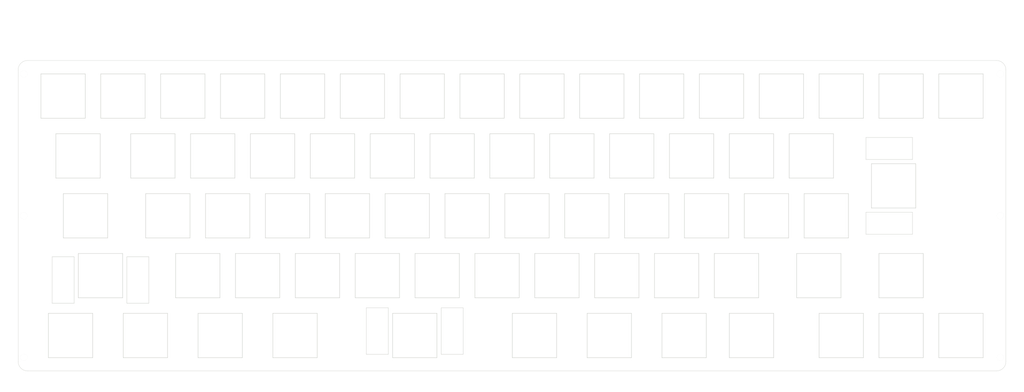
<source format=kicad_pcb>
(kicad_pcb (version 20171130) (host pcbnew "(5.1.12)-1")

  (general
    (thickness 1.6)
    (drawings 51)
    (tracks 0)
    (zones 0)
    (modules 84)
    (nets 1)
  )

  (page A3)
  (layers
    (0 F.Cu signal)
    (31 B.Cu signal)
    (32 B.Adhes user)
    (33 F.Adhes user)
    (34 B.Paste user)
    (35 F.Paste user)
    (36 B.SilkS user)
    (37 F.SilkS user)
    (38 B.Mask user)
    (39 F.Mask user)
    (40 Dwgs.User user)
    (41 Cmts.User user)
    (42 Eco1.User user)
    (43 Eco2.User user)
    (44 Edge.Cuts user)
    (45 Margin user)
    (46 B.CrtYd user)
    (47 F.CrtYd user)
    (48 B.Fab user)
    (49 F.Fab user)
  )

  (setup
    (last_trace_width 0.5)
    (user_trace_width 0.5)
    (user_trace_width 0.5)
    (trace_clearance 0.2)
    (zone_clearance 0.508)
    (zone_45_only no)
    (trace_min 0.2)
    (via_size 0.8)
    (via_drill 0.4)
    (via_min_size 0.4)
    (via_min_drill 0.3)
    (uvia_size 0.3)
    (uvia_drill 0.1)
    (uvias_allowed no)
    (uvia_min_size 0.2)
    (uvia_min_drill 0.1)
    (edge_width 0.1)
    (segment_width 0.2)
    (pcb_text_width 0.3)
    (pcb_text_size 1.5 1.5)
    (mod_edge_width 0.15)
    (mod_text_size 1 1)
    (mod_text_width 0.15)
    (pad_size 2.2 2.2)
    (pad_drill 2.2)
    (pad_to_mask_clearance 0)
    (aux_axis_origin 0 0)
    (visible_elements 7FFFFFFF)
    (pcbplotparams
      (layerselection 0x01000_7ffffffe)
      (usegerberextensions true)
      (usegerberattributes false)
      (usegerberadvancedattributes false)
      (creategerberjobfile false)
      (excludeedgelayer true)
      (linewidth 0.100000)
      (plotframeref false)
      (viasonmask false)
      (mode 1)
      (useauxorigin false)
      (hpglpennumber 1)
      (hpglpenspeed 20)
      (hpglpendiameter 15.000000)
      (psnegative false)
      (psa4output false)
      (plotreference true)
      (plotvalue true)
      (plotinvisibletext false)
      (padsonsilk false)
      (subtractmaskfromsilk false)
      (outputformat 4)
      (mirror false)
      (drillshape 0)
      (scaleselection 1)
      (outputdirectory "C:/Users/サリチル酸/Desktop/"))
  )

  (net 0 "")

  (net_class Default "これはデフォルトのネット クラスです。"
    (clearance 0.2)
    (trace_width 0.25)
    (via_dia 0.8)
    (via_drill 0.4)
    (uvia_dia 0.3)
    (uvia_drill 0.1)
  )

  (module kbd_SW_Hole:SW_Hole_2.75 (layer F.Cu) (tedit 61096D32) (tstamp 60A29976)
    (at 140.49375 104.775 180)
    (path /5C3DCEFA)
    (fp_text reference SW25 (at 7 8.1) (layer F.SilkS) hide
      (effects (font (size 1 1) (thickness 0.15)))
    )
    (fp_text value SW_PUSH (at -7.4 -8.1) (layer F.Fab) hide
      (effects (font (size 1 1) (thickness 0.15)))
    )
    (fp_line (start 26.19375 9.525) (end 26.19375 -9.525) (layer F.Fab) (width 0.15))
    (fp_line (start -26.19375 9.525) (end 26.19375 9.525) (layer F.Fab) (width 0.15))
    (fp_line (start -26.19375 -9.525) (end -26.19375 9.525) (layer F.Fab) (width 0.15))
    (fp_line (start 26.19375 -9.525) (end -26.19375 -9.525) (layer F.Fab) (width 0.15))
    (fp_line (start -7.05 7.05) (end -7.05 -7.05) (layer Edge.Cuts) (width 0.15))
    (fp_line (start 7.05 7.05) (end -7.05 7.05) (layer Edge.Cuts) (width 0.15))
    (fp_line (start 7.05 -7.05) (end 7.05 7.05) (layer Edge.Cuts) (width 0.15))
    (fp_line (start -7.05 -7.05) (end 7.05 -7.05) (layer Edge.Cuts) (width 0.15))
    (fp_line (start 8.4 -6) (end 8.4 8.8) (layer Edge.Cuts) (width 0.12))
    (fp_line (start 8.4 8.8) (end 15.4 8.8) (layer Edge.Cuts) (width 0.12))
    (fp_line (start 15.4 8.8) (end 15.4 -6) (layer Edge.Cuts) (width 0.12))
    (fp_line (start 15.4 -6) (end 8.4 -6) (layer Edge.Cuts) (width 0.12))
    (fp_line (start -8.4 -6) (end -8.4 8.8) (layer Edge.Cuts) (width 0.12))
    (fp_line (start -8.4 8.8) (end -15.4 8.8) (layer Edge.Cuts) (width 0.12))
    (fp_line (start -15.4 8.8) (end -15.4 -6) (layer Edge.Cuts) (width 0.12))
    (fp_line (start -15.4 -6) (end -8.4 -6) (layer Edge.Cuts) (width 0.12))
  )

  (module kbd_SW_Hole:SW_Hole_1.25 (layer F.Cu) (tedit 60F58AA9) (tstamp 60A293D2)
    (at 78.58125 104.775)
    (path /5C3DCEFA)
    (fp_text reference SW15 (at 7 8.1) (layer F.SilkS) hide
      (effects (font (size 1 1) (thickness 0.15)))
    )
    (fp_text value SW_PUSH (at -7.4 -8.1) (layer F.Fab) hide
      (effects (font (size 1 1) (thickness 0.15)))
    )
    (fp_line (start -7.05 -7.05) (end 7.05 -7.05) (layer Edge.Cuts) (width 0.15))
    (fp_line (start 7.05 -7.05) (end 7.05 7.05) (layer Edge.Cuts) (width 0.15))
    (fp_line (start 7.05 7.05) (end -7.05 7.05) (layer Edge.Cuts) (width 0.15))
    (fp_line (start -7.05 7.05) (end -7.05 -7.05) (layer Edge.Cuts) (width 0.15))
    (fp_line (start 11.90625 -9.525) (end -11.90625 -9.525) (layer F.Fab) (width 0.15))
    (fp_line (start -11.90625 -9.525) (end -11.90625 9.525) (layer F.Fab) (width 0.15))
    (fp_line (start -11.90625 9.525) (end 11.90625 9.525) (layer F.Fab) (width 0.15))
    (fp_line (start 11.90625 9.525) (end 11.90625 -9.525) (layer F.Fab) (width 0.15))
  )

  (module kbd_SW_Hole:SW_Hole_1.25 (layer F.Cu) (tedit 60F58AA9) (tstamp 5CB90BD2)
    (at 54.76875 104.775)
    (path /5BF16F8B)
    (fp_text reference SW10 (at 7 8.1) (layer F.SilkS) hide
      (effects (font (size 1 1) (thickness 0.15)))
    )
    (fp_text value SW_PUSH (at -7.4 -8.1) (layer F.Fab) hide
      (effects (font (size 1 1) (thickness 0.15)))
    )
    (fp_line (start -7.05 -7.05) (end 7.05 -7.05) (layer Edge.Cuts) (width 0.15))
    (fp_line (start 7.05 -7.05) (end 7.05 7.05) (layer Edge.Cuts) (width 0.15))
    (fp_line (start 7.05 7.05) (end -7.05 7.05) (layer Edge.Cuts) (width 0.15))
    (fp_line (start -7.05 7.05) (end -7.05 -7.05) (layer Edge.Cuts) (width 0.15))
    (fp_line (start 11.90625 -9.525) (end -11.90625 -9.525) (layer F.Fab) (width 0.15))
    (fp_line (start -11.90625 -9.525) (end -11.90625 9.525) (layer F.Fab) (width 0.15))
    (fp_line (start -11.90625 9.525) (end 11.90625 9.525) (layer F.Fab) (width 0.15))
    (fp_line (start 11.90625 9.525) (end 11.90625 -9.525) (layer F.Fab) (width 0.15))
  )

  (module kbd_SW_Hole:SW_Hole_1.75 (layer F.Cu) (tedit 60F58ACC) (tstamp 60A296B7)
    (at 269.08125 85.725)
    (path /5C3DCEFA)
    (fp_text reference SW57 (at 7 8.1) (layer F.SilkS) hide
      (effects (font (size 1 1) (thickness 0.15)))
    )
    (fp_text value SW_PUSH (at -7.4 -8.1) (layer F.Fab) hide
      (effects (font (size 1 1) (thickness 0.15)))
    )
    (fp_line (start -7.05 -7.05) (end 7.05 -7.05) (layer Edge.Cuts) (width 0.15))
    (fp_line (start 7.05 -7.05) (end 7.05 7.05) (layer Edge.Cuts) (width 0.15))
    (fp_line (start 7.05 7.05) (end -7.05 7.05) (layer Edge.Cuts) (width 0.15))
    (fp_line (start -7.05 7.05) (end -7.05 -7.05) (layer Edge.Cuts) (width 0.15))
    (fp_line (start 16.66875 -9.525) (end -16.66875 -9.525) (layer F.Fab) (width 0.15))
    (fp_line (start -16.66875 -9.525) (end -16.66875 9.525) (layer F.Fab) (width 0.15))
    (fp_line (start -16.66875 9.525) (end 16.66875 9.525) (layer F.Fab) (width 0.15))
    (fp_line (start 16.66875 9.525) (end 16.66875 -9.525) (layer F.Fab) (width 0.15))
  )

  (module kbd_SW_Hole:SW_Hole_1 (layer F.Cu) (tedit 60F58A59) (tstamp 5CB90BC7)
    (at 57.15 47.625)
    (path /5C3DCEFA)
    (fp_text reference SW7 (at 7 8.1) (layer F.SilkS) hide
      (effects (font (size 1 1) (thickness 0.15)))
    )
    (fp_text value SW_PUSH (at -7.4 -8.1) (layer F.Fab) hide
      (effects (font (size 1 1) (thickness 0.15)))
    )
    (fp_line (start 9.525 9.525) (end 9.525 -9.525) (layer F.Fab) (width 0.15))
    (fp_line (start -9.525 9.525) (end 9.525 9.525) (layer F.Fab) (width 0.15))
    (fp_line (start -9.525 -9.525) (end -9.525 9.525) (layer F.Fab) (width 0.15))
    (fp_line (start 9.525 -9.525) (end -9.525 -9.525) (layer F.Fab) (width 0.15))
    (fp_line (start -7.05 7.05) (end -7.05 -7.05) (layer Edge.Cuts) (width 0.15))
    (fp_line (start 7.05 7.05) (end -7.05 7.05) (layer Edge.Cuts) (width 0.15))
    (fp_line (start 7.05 -7.05) (end 7.05 7.05) (layer Edge.Cuts) (width 0.15))
    (fp_line (start -7.05 -7.05) (end 7.05 -7.05) (layer Edge.Cuts) (width 0.15))
  )

  (module kbd_SW_Hole:SW_Hole_1 (layer F.Cu) (tedit 60F58A59) (tstamp 5CB90C14)
    (at 47.625 28.575)
    (path /5C3DCE96)
    (fp_text reference SW6 (at 7 8.1) (layer F.SilkS) hide
      (effects (font (size 1 1) (thickness 0.15)))
    )
    (fp_text value SW_PUSH (at -7.4 -8.1) (layer F.Fab) hide
      (effects (font (size 1 1) (thickness 0.15)))
    )
    (fp_line (start 9.525 9.525) (end 9.525 -9.525) (layer F.Fab) (width 0.15))
    (fp_line (start -9.525 9.525) (end 9.525 9.525) (layer F.Fab) (width 0.15))
    (fp_line (start -9.525 -9.525) (end -9.525 9.525) (layer F.Fab) (width 0.15))
    (fp_line (start 9.525 -9.525) (end -9.525 -9.525) (layer F.Fab) (width 0.15))
    (fp_line (start -7.05 7.05) (end -7.05 -7.05) (layer Edge.Cuts) (width 0.15))
    (fp_line (start 7.05 7.05) (end -7.05 7.05) (layer Edge.Cuts) (width 0.15))
    (fp_line (start 7.05 -7.05) (end 7.05 7.05) (layer Edge.Cuts) (width 0.15))
    (fp_line (start -7.05 -7.05) (end 7.05 -7.05) (layer Edge.Cuts) (width 0.15))
  )

  (module kbd_SW_Hole:SW_Hole_1 (layer F.Cu) (tedit 60F58A59) (tstamp 608704FB)
    (at 28.575 28.575)
    (path /5C3DCE96)
    (fp_text reference SW1 (at 7 8.1) (layer F.SilkS) hide
      (effects (font (size 1 1) (thickness 0.15)))
    )
    (fp_text value SW_PUSH (at -7.4 -8.1) (layer F.Fab) hide
      (effects (font (size 1 1) (thickness 0.15)))
    )
    (fp_line (start 9.525 9.525) (end 9.525 -9.525) (layer F.Fab) (width 0.15))
    (fp_line (start -9.525 9.525) (end 9.525 9.525) (layer F.Fab) (width 0.15))
    (fp_line (start -9.525 -9.525) (end -9.525 9.525) (layer F.Fab) (width 0.15))
    (fp_line (start 9.525 -9.525) (end -9.525 -9.525) (layer F.Fab) (width 0.15))
    (fp_line (start -7.05 7.05) (end -7.05 -7.05) (layer Edge.Cuts) (width 0.15))
    (fp_line (start 7.05 7.05) (end -7.05 7.05) (layer Edge.Cuts) (width 0.15))
    (fp_line (start 7.05 -7.05) (end 7.05 7.05) (layer Edge.Cuts) (width 0.15))
    (fp_line (start -7.05 -7.05) (end 7.05 -7.05) (layer Edge.Cuts) (width 0.15))
  )

  (module kbd_SW_Hole:SW_Hole_1 (layer F.Cu) (tedit 60F58A59) (tstamp 60A292A0)
    (at 71.4375 85.725)
    (path /5C3DCEFA)
    (fp_text reference SW9 (at 7 8.1) (layer F.SilkS) hide
      (effects (font (size 1 1) (thickness 0.15)))
    )
    (fp_text value SW_PUSH (at -7.4 -8.1) (layer F.Fab) hide
      (effects (font (size 1 1) (thickness 0.15)))
    )
    (fp_line (start 9.525 9.525) (end 9.525 -9.525) (layer F.Fab) (width 0.15))
    (fp_line (start -9.525 9.525) (end 9.525 9.525) (layer F.Fab) (width 0.15))
    (fp_line (start -9.525 -9.525) (end -9.525 9.525) (layer F.Fab) (width 0.15))
    (fp_line (start 9.525 -9.525) (end -9.525 -9.525) (layer F.Fab) (width 0.15))
    (fp_line (start -7.05 7.05) (end -7.05 -7.05) (layer Edge.Cuts) (width 0.15))
    (fp_line (start 7.05 7.05) (end -7.05 7.05) (layer Edge.Cuts) (width 0.15))
    (fp_line (start 7.05 -7.05) (end 7.05 7.05) (layer Edge.Cuts) (width 0.15))
    (fp_line (start -7.05 -7.05) (end 7.05 -7.05) (layer Edge.Cuts) (width 0.15))
  )

  (module kbd_SW_Hole:SW_Hole_1 (layer F.Cu) (tedit 60F58A59) (tstamp 60A292AB)
    (at 61.9125 66.675)
    (path /5C3DCE96)
    (fp_text reference SW8 (at 7 8.1) (layer F.SilkS) hide
      (effects (font (size 1 1) (thickness 0.15)))
    )
    (fp_text value SW_PUSH (at -7.4 -8.1) (layer F.Fab) hide
      (effects (font (size 1 1) (thickness 0.15)))
    )
    (fp_line (start 9.525 9.525) (end 9.525 -9.525) (layer F.Fab) (width 0.15))
    (fp_line (start -9.525 9.525) (end 9.525 9.525) (layer F.Fab) (width 0.15))
    (fp_line (start -9.525 -9.525) (end -9.525 9.525) (layer F.Fab) (width 0.15))
    (fp_line (start 9.525 -9.525) (end -9.525 -9.525) (layer F.Fab) (width 0.15))
    (fp_line (start -7.05 7.05) (end -7.05 -7.05) (layer Edge.Cuts) (width 0.15))
    (fp_line (start 7.05 7.05) (end -7.05 7.05) (layer Edge.Cuts) (width 0.15))
    (fp_line (start 7.05 -7.05) (end 7.05 7.05) (layer Edge.Cuts) (width 0.15))
    (fp_line (start -7.05 -7.05) (end 7.05 -7.05) (layer Edge.Cuts) (width 0.15))
  )

  (module kbd_SW_Hole:SW_Hole_1 (layer F.Cu) (tedit 60F58A59) (tstamp 60A29315)
    (at 76.2 47.625)
    (path /5C3DCEFA)
    (fp_text reference SW12 (at 7 8.1) (layer F.SilkS) hide
      (effects (font (size 1 1) (thickness 0.15)))
    )
    (fp_text value SW_PUSH (at -7.4 -8.1) (layer F.Fab) hide
      (effects (font (size 1 1) (thickness 0.15)))
    )
    (fp_line (start 9.525 9.525) (end 9.525 -9.525) (layer F.Fab) (width 0.15))
    (fp_line (start -9.525 9.525) (end 9.525 9.525) (layer F.Fab) (width 0.15))
    (fp_line (start -9.525 -9.525) (end -9.525 9.525) (layer F.Fab) (width 0.15))
    (fp_line (start 9.525 -9.525) (end -9.525 -9.525) (layer F.Fab) (width 0.15))
    (fp_line (start -7.05 7.05) (end -7.05 -7.05) (layer Edge.Cuts) (width 0.15))
    (fp_line (start 7.05 7.05) (end -7.05 7.05) (layer Edge.Cuts) (width 0.15))
    (fp_line (start 7.05 -7.05) (end 7.05 7.05) (layer Edge.Cuts) (width 0.15))
    (fp_line (start -7.05 -7.05) (end 7.05 -7.05) (layer Edge.Cuts) (width 0.15))
  )

  (module kbd_SW_Hole:SW_Hole_1 (layer F.Cu) (tedit 60F58A59) (tstamp 60A29320)
    (at 66.675 28.575)
    (path /5C3DCE96)
    (fp_text reference SW11 (at 7 8.1) (layer F.SilkS) hide
      (effects (font (size 1 1) (thickness 0.15)))
    )
    (fp_text value SW_PUSH (at -7.4 -8.1) (layer F.Fab) hide
      (effects (font (size 1 1) (thickness 0.15)))
    )
    (fp_line (start 9.525 9.525) (end 9.525 -9.525) (layer F.Fab) (width 0.15))
    (fp_line (start -9.525 9.525) (end 9.525 9.525) (layer F.Fab) (width 0.15))
    (fp_line (start -9.525 -9.525) (end -9.525 9.525) (layer F.Fab) (width 0.15))
    (fp_line (start 9.525 -9.525) (end -9.525 -9.525) (layer F.Fab) (width 0.15))
    (fp_line (start -7.05 7.05) (end -7.05 -7.05) (layer Edge.Cuts) (width 0.15))
    (fp_line (start 7.05 7.05) (end -7.05 7.05) (layer Edge.Cuts) (width 0.15))
    (fp_line (start 7.05 -7.05) (end 7.05 7.05) (layer Edge.Cuts) (width 0.15))
    (fp_line (start -7.05 -7.05) (end 7.05 -7.05) (layer Edge.Cuts) (width 0.15))
  )

  (module kbd_SW_Hole:SW_Hole_1 (layer F.Cu) (tedit 60F58A59) (tstamp 60A2932B)
    (at 80.9625 66.675)
    (path /5C3DCE96)
    (fp_text reference SW13 (at 7 8.1) (layer F.SilkS) hide
      (effects (font (size 1 1) (thickness 0.15)))
    )
    (fp_text value SW_PUSH (at -7.4 -8.1) (layer F.Fab) hide
      (effects (font (size 1 1) (thickness 0.15)))
    )
    (fp_line (start 9.525 9.525) (end 9.525 -9.525) (layer F.Fab) (width 0.15))
    (fp_line (start -9.525 9.525) (end 9.525 9.525) (layer F.Fab) (width 0.15))
    (fp_line (start -9.525 -9.525) (end -9.525 9.525) (layer F.Fab) (width 0.15))
    (fp_line (start 9.525 -9.525) (end -9.525 -9.525) (layer F.Fab) (width 0.15))
    (fp_line (start -7.05 7.05) (end -7.05 -7.05) (layer Edge.Cuts) (width 0.15))
    (fp_line (start 7.05 7.05) (end -7.05 7.05) (layer Edge.Cuts) (width 0.15))
    (fp_line (start 7.05 -7.05) (end 7.05 7.05) (layer Edge.Cuts) (width 0.15))
    (fp_line (start -7.05 -7.05) (end 7.05 -7.05) (layer Edge.Cuts) (width 0.15))
  )

  (module kbd_SW_Hole:SW_Hole_1 (layer F.Cu) (tedit 60F58A59) (tstamp 60A29336)
    (at 90.4875 85.725)
    (path /5C3DCEFA)
    (fp_text reference SW14 (at 7 8.1) (layer F.SilkS) hide
      (effects (font (size 1 1) (thickness 0.15)))
    )
    (fp_text value SW_PUSH (at -7.4 -8.1) (layer F.Fab) hide
      (effects (font (size 1 1) (thickness 0.15)))
    )
    (fp_line (start 9.525 9.525) (end 9.525 -9.525) (layer F.Fab) (width 0.15))
    (fp_line (start -9.525 9.525) (end 9.525 9.525) (layer F.Fab) (width 0.15))
    (fp_line (start -9.525 -9.525) (end -9.525 9.525) (layer F.Fab) (width 0.15))
    (fp_line (start 9.525 -9.525) (end -9.525 -9.525) (layer F.Fab) (width 0.15))
    (fp_line (start -7.05 7.05) (end -7.05 -7.05) (layer Edge.Cuts) (width 0.15))
    (fp_line (start 7.05 7.05) (end -7.05 7.05) (layer Edge.Cuts) (width 0.15))
    (fp_line (start 7.05 -7.05) (end 7.05 7.05) (layer Edge.Cuts) (width 0.15))
    (fp_line (start -7.05 -7.05) (end 7.05 -7.05) (layer Edge.Cuts) (width 0.15))
  )

  (module kbd_SW_Hole:SW_Hole_1 (layer F.Cu) (tedit 60F58A59) (tstamp 60A2936D)
    (at 95.25 47.625)
    (path /5C3DCEFA)
    (fp_text reference SW17 (at 7 8.1) (layer F.SilkS) hide
      (effects (font (size 1 1) (thickness 0.15)))
    )
    (fp_text value SW_PUSH (at -7.4 -8.1) (layer F.Fab) hide
      (effects (font (size 1 1) (thickness 0.15)))
    )
    (fp_line (start 9.525 9.525) (end 9.525 -9.525) (layer F.Fab) (width 0.15))
    (fp_line (start -9.525 9.525) (end 9.525 9.525) (layer F.Fab) (width 0.15))
    (fp_line (start -9.525 -9.525) (end -9.525 9.525) (layer F.Fab) (width 0.15))
    (fp_line (start 9.525 -9.525) (end -9.525 -9.525) (layer F.Fab) (width 0.15))
    (fp_line (start -7.05 7.05) (end -7.05 -7.05) (layer Edge.Cuts) (width 0.15))
    (fp_line (start 7.05 7.05) (end -7.05 7.05) (layer Edge.Cuts) (width 0.15))
    (fp_line (start 7.05 -7.05) (end 7.05 7.05) (layer Edge.Cuts) (width 0.15))
    (fp_line (start -7.05 -7.05) (end 7.05 -7.05) (layer Edge.Cuts) (width 0.15))
  )

  (module kbd_SW_Hole:SW_Hole_1 (layer F.Cu) (tedit 60F58A59) (tstamp 60A29378)
    (at 109.5375 85.725)
    (path /5C3DCEFA)
    (fp_text reference SW19 (at 7 8.1) (layer F.SilkS) hide
      (effects (font (size 1 1) (thickness 0.15)))
    )
    (fp_text value SW_PUSH (at -7.4 -8.1) (layer F.Fab) hide
      (effects (font (size 1 1) (thickness 0.15)))
    )
    (fp_line (start 9.525 9.525) (end 9.525 -9.525) (layer F.Fab) (width 0.15))
    (fp_line (start -9.525 9.525) (end 9.525 9.525) (layer F.Fab) (width 0.15))
    (fp_line (start -9.525 -9.525) (end -9.525 9.525) (layer F.Fab) (width 0.15))
    (fp_line (start 9.525 -9.525) (end -9.525 -9.525) (layer F.Fab) (width 0.15))
    (fp_line (start -7.05 7.05) (end -7.05 -7.05) (layer Edge.Cuts) (width 0.15))
    (fp_line (start 7.05 7.05) (end -7.05 7.05) (layer Edge.Cuts) (width 0.15))
    (fp_line (start 7.05 -7.05) (end 7.05 7.05) (layer Edge.Cuts) (width 0.15))
    (fp_line (start -7.05 -7.05) (end 7.05 -7.05) (layer Edge.Cuts) (width 0.15))
  )

  (module kbd_SW_Hole:SW_Hole_1 (layer F.Cu) (tedit 60F58A59) (tstamp 60A29383)
    (at 85.725 28.575)
    (path /5C3DCE96)
    (fp_text reference SW16 (at 7 8.1) (layer F.SilkS) hide
      (effects (font (size 1 1) (thickness 0.15)))
    )
    (fp_text value SW_PUSH (at -7.4 -8.1) (layer F.Fab) hide
      (effects (font (size 1 1) (thickness 0.15)))
    )
    (fp_line (start 9.525 9.525) (end 9.525 -9.525) (layer F.Fab) (width 0.15))
    (fp_line (start -9.525 9.525) (end 9.525 9.525) (layer F.Fab) (width 0.15))
    (fp_line (start -9.525 -9.525) (end -9.525 9.525) (layer F.Fab) (width 0.15))
    (fp_line (start 9.525 -9.525) (end -9.525 -9.525) (layer F.Fab) (width 0.15))
    (fp_line (start -7.05 7.05) (end -7.05 -7.05) (layer Edge.Cuts) (width 0.15))
    (fp_line (start 7.05 7.05) (end -7.05 7.05) (layer Edge.Cuts) (width 0.15))
    (fp_line (start 7.05 -7.05) (end 7.05 7.05) (layer Edge.Cuts) (width 0.15))
    (fp_line (start -7.05 -7.05) (end 7.05 -7.05) (layer Edge.Cuts) (width 0.15))
  )

  (module kbd_SW_Hole:SW_Hole_1 (layer F.Cu) (tedit 60F58A59) (tstamp 60A2938E)
    (at 100.0125 66.675)
    (path /5C3DCE96)
    (fp_text reference SW18 (at 7 8.1) (layer F.SilkS) hide
      (effects (font (size 1 1) (thickness 0.15)))
    )
    (fp_text value SW_PUSH (at -7.4 -8.1) (layer F.Fab) hide
      (effects (font (size 1 1) (thickness 0.15)))
    )
    (fp_line (start 9.525 9.525) (end 9.525 -9.525) (layer F.Fab) (width 0.15))
    (fp_line (start -9.525 9.525) (end 9.525 9.525) (layer F.Fab) (width 0.15))
    (fp_line (start -9.525 -9.525) (end -9.525 9.525) (layer F.Fab) (width 0.15))
    (fp_line (start 9.525 -9.525) (end -9.525 -9.525) (layer F.Fab) (width 0.15))
    (fp_line (start -7.05 7.05) (end -7.05 -7.05) (layer Edge.Cuts) (width 0.15))
    (fp_line (start 7.05 7.05) (end -7.05 7.05) (layer Edge.Cuts) (width 0.15))
    (fp_line (start 7.05 -7.05) (end 7.05 7.05) (layer Edge.Cuts) (width 0.15))
    (fp_line (start -7.05 -7.05) (end 7.05 -7.05) (layer Edge.Cuts) (width 0.15))
  )

  (module kbd_SW_Hole:SW_Hole_1 (layer F.Cu) (tedit 60F58A59) (tstamp 60A2949C)
    (at 114.3 47.625)
    (path /5C3DCEFA)
    (fp_text reference SW22 (at 7 8.1) (layer F.SilkS) hide
      (effects (font (size 1 1) (thickness 0.15)))
    )
    (fp_text value SW_PUSH (at -7.4 -8.1) (layer F.Fab) hide
      (effects (font (size 1 1) (thickness 0.15)))
    )
    (fp_line (start 9.525 9.525) (end 9.525 -9.525) (layer F.Fab) (width 0.15))
    (fp_line (start -9.525 9.525) (end 9.525 9.525) (layer F.Fab) (width 0.15))
    (fp_line (start -9.525 -9.525) (end -9.525 9.525) (layer F.Fab) (width 0.15))
    (fp_line (start 9.525 -9.525) (end -9.525 -9.525) (layer F.Fab) (width 0.15))
    (fp_line (start -7.05 7.05) (end -7.05 -7.05) (layer Edge.Cuts) (width 0.15))
    (fp_line (start 7.05 7.05) (end -7.05 7.05) (layer Edge.Cuts) (width 0.15))
    (fp_line (start 7.05 -7.05) (end 7.05 7.05) (layer Edge.Cuts) (width 0.15))
    (fp_line (start -7.05 -7.05) (end 7.05 -7.05) (layer Edge.Cuts) (width 0.15))
  )

  (module kbd_SW_Hole:SW_Hole_1 (layer F.Cu) (tedit 60F58A59) (tstamp 60A294A7)
    (at 104.775 28.575)
    (path /5C3DCE96)
    (fp_text reference SW21 (at 7 8.1) (layer F.SilkS) hide
      (effects (font (size 1 1) (thickness 0.15)))
    )
    (fp_text value SW_PUSH (at -7.4 -8.1) (layer F.Fab) hide
      (effects (font (size 1 1) (thickness 0.15)))
    )
    (fp_line (start 9.525 9.525) (end 9.525 -9.525) (layer F.Fab) (width 0.15))
    (fp_line (start -9.525 9.525) (end 9.525 9.525) (layer F.Fab) (width 0.15))
    (fp_line (start -9.525 -9.525) (end -9.525 9.525) (layer F.Fab) (width 0.15))
    (fp_line (start 9.525 -9.525) (end -9.525 -9.525) (layer F.Fab) (width 0.15))
    (fp_line (start -7.05 7.05) (end -7.05 -7.05) (layer Edge.Cuts) (width 0.15))
    (fp_line (start 7.05 7.05) (end -7.05 7.05) (layer Edge.Cuts) (width 0.15))
    (fp_line (start 7.05 -7.05) (end 7.05 7.05) (layer Edge.Cuts) (width 0.15))
    (fp_line (start -7.05 -7.05) (end 7.05 -7.05) (layer Edge.Cuts) (width 0.15))
  )

  (module kbd_SW_Hole:SW_Hole_1 (layer F.Cu) (tedit 60F58A59) (tstamp 60A294B2)
    (at 166.6875 85.725)
    (path /5C3DCEFA)
    (fp_text reference SW33 (at 7 8.1) (layer F.SilkS) hide
      (effects (font (size 1 1) (thickness 0.15)))
    )
    (fp_text value SW_PUSH (at -7.4 -8.1) (layer F.Fab) hide
      (effects (font (size 1 1) (thickness 0.15)))
    )
    (fp_line (start 9.525 9.525) (end 9.525 -9.525) (layer F.Fab) (width 0.15))
    (fp_line (start -9.525 9.525) (end 9.525 9.525) (layer F.Fab) (width 0.15))
    (fp_line (start -9.525 -9.525) (end -9.525 9.525) (layer F.Fab) (width 0.15))
    (fp_line (start 9.525 -9.525) (end -9.525 -9.525) (layer F.Fab) (width 0.15))
    (fp_line (start -7.05 7.05) (end -7.05 -7.05) (layer Edge.Cuts) (width 0.15))
    (fp_line (start 7.05 7.05) (end -7.05 7.05) (layer Edge.Cuts) (width 0.15))
    (fp_line (start 7.05 -7.05) (end 7.05 7.05) (layer Edge.Cuts) (width 0.15))
    (fp_line (start -7.05 -7.05) (end 7.05 -7.05) (layer Edge.Cuts) (width 0.15))
  )

  (module kbd_SW_Hole:SW_Hole_1 (layer F.Cu) (tedit 60F58A59) (tstamp 60A294BD)
    (at 119.0625 66.675)
    (path /5C3DCE96)
    (fp_text reference SW23 (at 7 8.1) (layer F.SilkS) hide
      (effects (font (size 1 1) (thickness 0.15)))
    )
    (fp_text value SW_PUSH (at -7.4 -8.1) (layer F.Fab) hide
      (effects (font (size 1 1) (thickness 0.15)))
    )
    (fp_line (start 9.525 9.525) (end 9.525 -9.525) (layer F.Fab) (width 0.15))
    (fp_line (start -9.525 9.525) (end 9.525 9.525) (layer F.Fab) (width 0.15))
    (fp_line (start -9.525 -9.525) (end -9.525 9.525) (layer F.Fab) (width 0.15))
    (fp_line (start 9.525 -9.525) (end -9.525 -9.525) (layer F.Fab) (width 0.15))
    (fp_line (start -7.05 7.05) (end -7.05 -7.05) (layer Edge.Cuts) (width 0.15))
    (fp_line (start 7.05 7.05) (end -7.05 7.05) (layer Edge.Cuts) (width 0.15))
    (fp_line (start 7.05 -7.05) (end 7.05 7.05) (layer Edge.Cuts) (width 0.15))
    (fp_line (start -7.05 -7.05) (end 7.05 -7.05) (layer Edge.Cuts) (width 0.15))
  )

  (module kbd_SW_Hole:SW_Hole_1 (layer F.Cu) (tedit 60F58A59) (tstamp 60A294C8)
    (at 133.35 47.625)
    (path /5C3DCEFA)
    (fp_text reference SW27 (at 7 8.1) (layer F.SilkS) hide
      (effects (font (size 1 1) (thickness 0.15)))
    )
    (fp_text value SW_PUSH (at -7.4 -8.1) (layer F.Fab) hide
      (effects (font (size 1 1) (thickness 0.15)))
    )
    (fp_line (start 9.525 9.525) (end 9.525 -9.525) (layer F.Fab) (width 0.15))
    (fp_line (start -9.525 9.525) (end 9.525 9.525) (layer F.Fab) (width 0.15))
    (fp_line (start -9.525 -9.525) (end -9.525 9.525) (layer F.Fab) (width 0.15))
    (fp_line (start 9.525 -9.525) (end -9.525 -9.525) (layer F.Fab) (width 0.15))
    (fp_line (start -7.05 7.05) (end -7.05 -7.05) (layer Edge.Cuts) (width 0.15))
    (fp_line (start 7.05 7.05) (end -7.05 7.05) (layer Edge.Cuts) (width 0.15))
    (fp_line (start 7.05 -7.05) (end 7.05 7.05) (layer Edge.Cuts) (width 0.15))
    (fp_line (start -7.05 -7.05) (end 7.05 -7.05) (layer Edge.Cuts) (width 0.15))
  )

  (module kbd_SW_Hole:SW_Hole_1 (layer F.Cu) (tedit 60F58A59) (tstamp 60A294D3)
    (at 147.6375 85.725)
    (path /5C3DCEFA)
    (fp_text reference SW29 (at 7 8.1) (layer F.SilkS) hide
      (effects (font (size 1 1) (thickness 0.15)))
    )
    (fp_text value SW_PUSH (at -7.4 -8.1) (layer F.Fab) hide
      (effects (font (size 1 1) (thickness 0.15)))
    )
    (fp_line (start 9.525 9.525) (end 9.525 -9.525) (layer F.Fab) (width 0.15))
    (fp_line (start -9.525 9.525) (end 9.525 9.525) (layer F.Fab) (width 0.15))
    (fp_line (start -9.525 -9.525) (end -9.525 9.525) (layer F.Fab) (width 0.15))
    (fp_line (start 9.525 -9.525) (end -9.525 -9.525) (layer F.Fab) (width 0.15))
    (fp_line (start -7.05 7.05) (end -7.05 -7.05) (layer Edge.Cuts) (width 0.15))
    (fp_line (start 7.05 7.05) (end -7.05 7.05) (layer Edge.Cuts) (width 0.15))
    (fp_line (start 7.05 -7.05) (end 7.05 7.05) (layer Edge.Cuts) (width 0.15))
    (fp_line (start -7.05 -7.05) (end 7.05 -7.05) (layer Edge.Cuts) (width 0.15))
  )

  (module kbd_SW_Hole:SW_Hole_1 (layer F.Cu) (tedit 60F58A59) (tstamp 60A294DE)
    (at 152.4 47.625)
    (path /5C3DCEFA)
    (fp_text reference SW31 (at 7 8.1) (layer F.SilkS) hide
      (effects (font (size 1 1) (thickness 0.15)))
    )
    (fp_text value SW_PUSH (at -7.4 -8.1) (layer F.Fab) hide
      (effects (font (size 1 1) (thickness 0.15)))
    )
    (fp_line (start 9.525 9.525) (end 9.525 -9.525) (layer F.Fab) (width 0.15))
    (fp_line (start -9.525 9.525) (end 9.525 9.525) (layer F.Fab) (width 0.15))
    (fp_line (start -9.525 -9.525) (end -9.525 9.525) (layer F.Fab) (width 0.15))
    (fp_line (start 9.525 -9.525) (end -9.525 -9.525) (layer F.Fab) (width 0.15))
    (fp_line (start -7.05 7.05) (end -7.05 -7.05) (layer Edge.Cuts) (width 0.15))
    (fp_line (start 7.05 7.05) (end -7.05 7.05) (layer Edge.Cuts) (width 0.15))
    (fp_line (start 7.05 -7.05) (end 7.05 7.05) (layer Edge.Cuts) (width 0.15))
    (fp_line (start -7.05 -7.05) (end 7.05 -7.05) (layer Edge.Cuts) (width 0.15))
  )

  (module kbd_SW_Hole:SW_Hole_1 (layer F.Cu) (tedit 60F58A59) (tstamp 60A294E9)
    (at 157.1625 66.675)
    (path /5C3DCE96)
    (fp_text reference SW32 (at 7 8.1) (layer F.SilkS) hide
      (effects (font (size 1 1) (thickness 0.15)))
    )
    (fp_text value SW_PUSH (at -7.4 -8.1) (layer F.Fab) hide
      (effects (font (size 1 1) (thickness 0.15)))
    )
    (fp_line (start 9.525 9.525) (end 9.525 -9.525) (layer F.Fab) (width 0.15))
    (fp_line (start -9.525 9.525) (end 9.525 9.525) (layer F.Fab) (width 0.15))
    (fp_line (start -9.525 -9.525) (end -9.525 9.525) (layer F.Fab) (width 0.15))
    (fp_line (start 9.525 -9.525) (end -9.525 -9.525) (layer F.Fab) (width 0.15))
    (fp_line (start -7.05 7.05) (end -7.05 -7.05) (layer Edge.Cuts) (width 0.15))
    (fp_line (start 7.05 7.05) (end -7.05 7.05) (layer Edge.Cuts) (width 0.15))
    (fp_line (start 7.05 -7.05) (end 7.05 7.05) (layer Edge.Cuts) (width 0.15))
    (fp_line (start -7.05 -7.05) (end 7.05 -7.05) (layer Edge.Cuts) (width 0.15))
  )

  (module kbd_SW_Hole:SW_Hole_1 (layer F.Cu) (tedit 60F58A59) (tstamp 60A294F4)
    (at 123.825 28.575)
    (path /5C3DCE96)
    (fp_text reference SW26 (at 7 8.1) (layer F.SilkS) hide
      (effects (font (size 1 1) (thickness 0.15)))
    )
    (fp_text value SW_PUSH (at -7.4 -8.1) (layer F.Fab) hide
      (effects (font (size 1 1) (thickness 0.15)))
    )
    (fp_line (start 9.525 9.525) (end 9.525 -9.525) (layer F.Fab) (width 0.15))
    (fp_line (start -9.525 9.525) (end 9.525 9.525) (layer F.Fab) (width 0.15))
    (fp_line (start -9.525 -9.525) (end -9.525 9.525) (layer F.Fab) (width 0.15))
    (fp_line (start 9.525 -9.525) (end -9.525 -9.525) (layer F.Fab) (width 0.15))
    (fp_line (start -7.05 7.05) (end -7.05 -7.05) (layer Edge.Cuts) (width 0.15))
    (fp_line (start 7.05 7.05) (end -7.05 7.05) (layer Edge.Cuts) (width 0.15))
    (fp_line (start 7.05 -7.05) (end 7.05 7.05) (layer Edge.Cuts) (width 0.15))
    (fp_line (start -7.05 -7.05) (end 7.05 -7.05) (layer Edge.Cuts) (width 0.15))
  )

  (module kbd_SW_Hole:SW_Hole_1 (layer F.Cu) (tedit 60F58A59) (tstamp 60A294FF)
    (at 128.5875 85.725)
    (path /5C3DCEFA)
    (fp_text reference SW24 (at 7 8.1) (layer F.SilkS) hide
      (effects (font (size 1 1) (thickness 0.15)))
    )
    (fp_text value SW_PUSH (at -7.4 -8.1) (layer F.Fab) hide
      (effects (font (size 1 1) (thickness 0.15)))
    )
    (fp_line (start 9.525 9.525) (end 9.525 -9.525) (layer F.Fab) (width 0.15))
    (fp_line (start -9.525 9.525) (end 9.525 9.525) (layer F.Fab) (width 0.15))
    (fp_line (start -9.525 -9.525) (end -9.525 9.525) (layer F.Fab) (width 0.15))
    (fp_line (start 9.525 -9.525) (end -9.525 -9.525) (layer F.Fab) (width 0.15))
    (fp_line (start -7.05 7.05) (end -7.05 -7.05) (layer Edge.Cuts) (width 0.15))
    (fp_line (start 7.05 7.05) (end -7.05 7.05) (layer Edge.Cuts) (width 0.15))
    (fp_line (start 7.05 -7.05) (end 7.05 7.05) (layer Edge.Cuts) (width 0.15))
    (fp_line (start -7.05 -7.05) (end 7.05 -7.05) (layer Edge.Cuts) (width 0.15))
  )

  (module kbd_SW_Hole:SW_Hole_1 (layer F.Cu) (tedit 60F58A59) (tstamp 60A2950A)
    (at 138.1125 66.675)
    (path /5C3DCE96)
    (fp_text reference SW28 (at 7 8.1) (layer F.SilkS) hide
      (effects (font (size 1 1) (thickness 0.15)))
    )
    (fp_text value SW_PUSH (at -7.4 -8.1) (layer F.Fab) hide
      (effects (font (size 1 1) (thickness 0.15)))
    )
    (fp_line (start 9.525 9.525) (end 9.525 -9.525) (layer F.Fab) (width 0.15))
    (fp_line (start -9.525 9.525) (end 9.525 9.525) (layer F.Fab) (width 0.15))
    (fp_line (start -9.525 -9.525) (end -9.525 9.525) (layer F.Fab) (width 0.15))
    (fp_line (start 9.525 -9.525) (end -9.525 -9.525) (layer F.Fab) (width 0.15))
    (fp_line (start -7.05 7.05) (end -7.05 -7.05) (layer Edge.Cuts) (width 0.15))
    (fp_line (start 7.05 7.05) (end -7.05 7.05) (layer Edge.Cuts) (width 0.15))
    (fp_line (start 7.05 -7.05) (end 7.05 7.05) (layer Edge.Cuts) (width 0.15))
    (fp_line (start -7.05 -7.05) (end 7.05 -7.05) (layer Edge.Cuts) (width 0.15))
  )

  (module kbd_SW_Hole:SW_Hole_1 (layer F.Cu) (tedit 60F58A59) (tstamp 60A29515)
    (at 142.875 28.575)
    (path /5C3DCE96)
    (fp_text reference SW30 (at 7 8.1) (layer F.SilkS) hide
      (effects (font (size 1 1) (thickness 0.15)))
    )
    (fp_text value SW_PUSH (at -7.4 -8.1) (layer F.Fab) hide
      (effects (font (size 1 1) (thickness 0.15)))
    )
    (fp_line (start 9.525 9.525) (end 9.525 -9.525) (layer F.Fab) (width 0.15))
    (fp_line (start -9.525 9.525) (end 9.525 9.525) (layer F.Fab) (width 0.15))
    (fp_line (start -9.525 -9.525) (end -9.525 9.525) (layer F.Fab) (width 0.15))
    (fp_line (start 9.525 -9.525) (end -9.525 -9.525) (layer F.Fab) (width 0.15))
    (fp_line (start -7.05 7.05) (end -7.05 -7.05) (layer Edge.Cuts) (width 0.15))
    (fp_line (start 7.05 7.05) (end -7.05 7.05) (layer Edge.Cuts) (width 0.15))
    (fp_line (start 7.05 -7.05) (end 7.05 7.05) (layer Edge.Cuts) (width 0.15))
    (fp_line (start -7.05 -7.05) (end 7.05 -7.05) (layer Edge.Cuts) (width 0.15))
  )

  (module kbd_SW_Hole:SW_Hole_1 (layer F.Cu) (tedit 60F58A59) (tstamp 60A295A4)
    (at 195.2625 66.675)
    (path /5C3DCE96)
    (fp_text reference SW42 (at 7 8.1) (layer F.SilkS) hide
      (effects (font (size 1 1) (thickness 0.15)))
    )
    (fp_text value SW_PUSH (at -7.4 -8.1) (layer F.Fab) hide
      (effects (font (size 1 1) (thickness 0.15)))
    )
    (fp_line (start 9.525 9.525) (end 9.525 -9.525) (layer F.Fab) (width 0.15))
    (fp_line (start -9.525 9.525) (end 9.525 9.525) (layer F.Fab) (width 0.15))
    (fp_line (start -9.525 -9.525) (end -9.525 9.525) (layer F.Fab) (width 0.15))
    (fp_line (start 9.525 -9.525) (end -9.525 -9.525) (layer F.Fab) (width 0.15))
    (fp_line (start -7.05 7.05) (end -7.05 -7.05) (layer Edge.Cuts) (width 0.15))
    (fp_line (start 7.05 7.05) (end -7.05 7.05) (layer Edge.Cuts) (width 0.15))
    (fp_line (start 7.05 -7.05) (end 7.05 7.05) (layer Edge.Cuts) (width 0.15))
    (fp_line (start -7.05 -7.05) (end 7.05 -7.05) (layer Edge.Cuts) (width 0.15))
  )

  (module kbd_SW_Hole:SW_Hole_1 (layer F.Cu) (tedit 60F58A59) (tstamp 60A295AF)
    (at 185.7375 85.725)
    (path /5C3DCEFA)
    (fp_text reference SW38 (at 7 8.1) (layer F.SilkS) hide
      (effects (font (size 1 1) (thickness 0.15)))
    )
    (fp_text value SW_PUSH (at -7.4 -8.1) (layer F.Fab) hide
      (effects (font (size 1 1) (thickness 0.15)))
    )
    (fp_line (start 9.525 9.525) (end 9.525 -9.525) (layer F.Fab) (width 0.15))
    (fp_line (start -9.525 9.525) (end 9.525 9.525) (layer F.Fab) (width 0.15))
    (fp_line (start -9.525 -9.525) (end -9.525 9.525) (layer F.Fab) (width 0.15))
    (fp_line (start 9.525 -9.525) (end -9.525 -9.525) (layer F.Fab) (width 0.15))
    (fp_line (start -7.05 7.05) (end -7.05 -7.05) (layer Edge.Cuts) (width 0.15))
    (fp_line (start 7.05 7.05) (end -7.05 7.05) (layer Edge.Cuts) (width 0.15))
    (fp_line (start 7.05 -7.05) (end 7.05 7.05) (layer Edge.Cuts) (width 0.15))
    (fp_line (start -7.05 -7.05) (end 7.05 -7.05) (layer Edge.Cuts) (width 0.15))
  )

  (module kbd_SW_Hole:SW_Hole_1 (layer F.Cu) (tedit 60F58A59) (tstamp 60A295BA)
    (at 200.025 28.575)
    (path /5C3DCE96)
    (fp_text reference SW44 (at 7 8.1) (layer F.SilkS) hide
      (effects (font (size 1 1) (thickness 0.15)))
    )
    (fp_text value SW_PUSH (at -7.4 -8.1) (layer F.Fab) hide
      (effects (font (size 1 1) (thickness 0.15)))
    )
    (fp_line (start 9.525 9.525) (end 9.525 -9.525) (layer F.Fab) (width 0.15))
    (fp_line (start -9.525 9.525) (end 9.525 9.525) (layer F.Fab) (width 0.15))
    (fp_line (start -9.525 -9.525) (end -9.525 9.525) (layer F.Fab) (width 0.15))
    (fp_line (start 9.525 -9.525) (end -9.525 -9.525) (layer F.Fab) (width 0.15))
    (fp_line (start -7.05 7.05) (end -7.05 -7.05) (layer Edge.Cuts) (width 0.15))
    (fp_line (start 7.05 7.05) (end -7.05 7.05) (layer Edge.Cuts) (width 0.15))
    (fp_line (start 7.05 -7.05) (end 7.05 7.05) (layer Edge.Cuts) (width 0.15))
    (fp_line (start -7.05 -7.05) (end 7.05 -7.05) (layer Edge.Cuts) (width 0.15))
  )

  (module kbd_SW_Hole:SW_Hole_1 (layer F.Cu) (tedit 60F58A59) (tstamp 60A295C5)
    (at 209.55 47.625)
    (path /5C3DCEFA)
    (fp_text reference SW45 (at 7 8.1) (layer F.SilkS) hide
      (effects (font (size 1 1) (thickness 0.15)))
    )
    (fp_text value SW_PUSH (at -7.4 -8.1) (layer F.Fab) hide
      (effects (font (size 1 1) (thickness 0.15)))
    )
    (fp_line (start 9.525 9.525) (end 9.525 -9.525) (layer F.Fab) (width 0.15))
    (fp_line (start -9.525 9.525) (end 9.525 9.525) (layer F.Fab) (width 0.15))
    (fp_line (start -9.525 -9.525) (end -9.525 9.525) (layer F.Fab) (width 0.15))
    (fp_line (start 9.525 -9.525) (end -9.525 -9.525) (layer F.Fab) (width 0.15))
    (fp_line (start -7.05 7.05) (end -7.05 -7.05) (layer Edge.Cuts) (width 0.15))
    (fp_line (start 7.05 7.05) (end -7.05 7.05) (layer Edge.Cuts) (width 0.15))
    (fp_line (start 7.05 -7.05) (end 7.05 7.05) (layer Edge.Cuts) (width 0.15))
    (fp_line (start -7.05 -7.05) (end 7.05 -7.05) (layer Edge.Cuts) (width 0.15))
  )

  (module kbd_SW_Hole:SW_Hole_1 (layer F.Cu) (tedit 60F58A59) (tstamp 60A295D0)
    (at 180.975 28.575)
    (path /5C3DCE96)
    (fp_text reference SW40 (at 7 8.1) (layer F.SilkS) hide
      (effects (font (size 1 1) (thickness 0.15)))
    )
    (fp_text value SW_PUSH (at -7.4 -8.1) (layer F.Fab) hide
      (effects (font (size 1 1) (thickness 0.15)))
    )
    (fp_line (start 9.525 9.525) (end 9.525 -9.525) (layer F.Fab) (width 0.15))
    (fp_line (start -9.525 9.525) (end 9.525 9.525) (layer F.Fab) (width 0.15))
    (fp_line (start -9.525 -9.525) (end -9.525 9.525) (layer F.Fab) (width 0.15))
    (fp_line (start 9.525 -9.525) (end -9.525 -9.525) (layer F.Fab) (width 0.15))
    (fp_line (start -7.05 7.05) (end -7.05 -7.05) (layer Edge.Cuts) (width 0.15))
    (fp_line (start 7.05 7.05) (end -7.05 7.05) (layer Edge.Cuts) (width 0.15))
    (fp_line (start 7.05 -7.05) (end 7.05 7.05) (layer Edge.Cuts) (width 0.15))
    (fp_line (start -7.05 -7.05) (end 7.05 -7.05) (layer Edge.Cuts) (width 0.15))
  )

  (module kbd_SW_Hole:SW_Hole_1 (layer F.Cu) (tedit 60F58A59) (tstamp 60A295DB)
    (at 176.2125 66.675)
    (path /5C3DCE96)
    (fp_text reference SW37 (at 7 8.1) (layer F.SilkS) hide
      (effects (font (size 1 1) (thickness 0.15)))
    )
    (fp_text value SW_PUSH (at -7.4 -8.1) (layer F.Fab) hide
      (effects (font (size 1 1) (thickness 0.15)))
    )
    (fp_line (start 9.525 9.525) (end 9.525 -9.525) (layer F.Fab) (width 0.15))
    (fp_line (start -9.525 9.525) (end 9.525 9.525) (layer F.Fab) (width 0.15))
    (fp_line (start -9.525 -9.525) (end -9.525 9.525) (layer F.Fab) (width 0.15))
    (fp_line (start 9.525 -9.525) (end -9.525 -9.525) (layer F.Fab) (width 0.15))
    (fp_line (start -7.05 7.05) (end -7.05 -7.05) (layer Edge.Cuts) (width 0.15))
    (fp_line (start 7.05 7.05) (end -7.05 7.05) (layer Edge.Cuts) (width 0.15))
    (fp_line (start 7.05 -7.05) (end 7.05 7.05) (layer Edge.Cuts) (width 0.15))
    (fp_line (start -7.05 -7.05) (end 7.05 -7.05) (layer Edge.Cuts) (width 0.15))
  )

  (module kbd_SW_Hole:SW_Hole_1 (layer F.Cu) (tedit 60F58A59) (tstamp 60A295E6)
    (at 223.8375 85.725)
    (path /5C3DCEFA)
    (fp_text reference SW47 (at 7 8.1) (layer F.SilkS) hide
      (effects (font (size 1 1) (thickness 0.15)))
    )
    (fp_text value SW_PUSH (at -7.4 -8.1) (layer F.Fab) hide
      (effects (font (size 1 1) (thickness 0.15)))
    )
    (fp_line (start 9.525 9.525) (end 9.525 -9.525) (layer F.Fab) (width 0.15))
    (fp_line (start -9.525 9.525) (end 9.525 9.525) (layer F.Fab) (width 0.15))
    (fp_line (start -9.525 -9.525) (end -9.525 9.525) (layer F.Fab) (width 0.15))
    (fp_line (start 9.525 -9.525) (end -9.525 -9.525) (layer F.Fab) (width 0.15))
    (fp_line (start -7.05 7.05) (end -7.05 -7.05) (layer Edge.Cuts) (width 0.15))
    (fp_line (start 7.05 7.05) (end -7.05 7.05) (layer Edge.Cuts) (width 0.15))
    (fp_line (start 7.05 -7.05) (end 7.05 7.05) (layer Edge.Cuts) (width 0.15))
    (fp_line (start -7.05 -7.05) (end 7.05 -7.05) (layer Edge.Cuts) (width 0.15))
  )

  (module kbd_SW_Hole:SW_Hole_1 (layer F.Cu) (tedit 60F58A59) (tstamp 60A295F1)
    (at 161.925 28.575)
    (path /5C3DCE96)
    (fp_text reference SW35 (at 7 8.1) (layer F.SilkS) hide
      (effects (font (size 1 1) (thickness 0.15)))
    )
    (fp_text value SW_PUSH (at -7.4 -8.1) (layer F.Fab) hide
      (effects (font (size 1 1) (thickness 0.15)))
    )
    (fp_line (start 9.525 9.525) (end 9.525 -9.525) (layer F.Fab) (width 0.15))
    (fp_line (start -9.525 9.525) (end 9.525 9.525) (layer F.Fab) (width 0.15))
    (fp_line (start -9.525 -9.525) (end -9.525 9.525) (layer F.Fab) (width 0.15))
    (fp_line (start 9.525 -9.525) (end -9.525 -9.525) (layer F.Fab) (width 0.15))
    (fp_line (start -7.05 7.05) (end -7.05 -7.05) (layer Edge.Cuts) (width 0.15))
    (fp_line (start 7.05 7.05) (end -7.05 7.05) (layer Edge.Cuts) (width 0.15))
    (fp_line (start 7.05 -7.05) (end 7.05 7.05) (layer Edge.Cuts) (width 0.15))
    (fp_line (start -7.05 -7.05) (end 7.05 -7.05) (layer Edge.Cuts) (width 0.15))
  )

  (module kbd_SW_Hole:SW_Hole_1 (layer F.Cu) (tedit 60F58A59) (tstamp 60A295FC)
    (at 204.7875 85.725)
    (path /5C3DCEFA)
    (fp_text reference SW43 (at 7 8.1) (layer F.SilkS) hide
      (effects (font (size 1 1) (thickness 0.15)))
    )
    (fp_text value SW_PUSH (at -7.4 -8.1) (layer F.Fab) hide
      (effects (font (size 1 1) (thickness 0.15)))
    )
    (fp_line (start 9.525 9.525) (end 9.525 -9.525) (layer F.Fab) (width 0.15))
    (fp_line (start -9.525 9.525) (end 9.525 9.525) (layer F.Fab) (width 0.15))
    (fp_line (start -9.525 -9.525) (end -9.525 9.525) (layer F.Fab) (width 0.15))
    (fp_line (start 9.525 -9.525) (end -9.525 -9.525) (layer F.Fab) (width 0.15))
    (fp_line (start -7.05 7.05) (end -7.05 -7.05) (layer Edge.Cuts) (width 0.15))
    (fp_line (start 7.05 7.05) (end -7.05 7.05) (layer Edge.Cuts) (width 0.15))
    (fp_line (start 7.05 -7.05) (end 7.05 7.05) (layer Edge.Cuts) (width 0.15))
    (fp_line (start -7.05 -7.05) (end 7.05 -7.05) (layer Edge.Cuts) (width 0.15))
  )

  (module kbd_SW_Hole:SW_Hole_1 (layer F.Cu) (tedit 60F58A59) (tstamp 60A29607)
    (at 171.45 47.625)
    (path /5C3DCEFA)
    (fp_text reference SW36 (at 7 8.1) (layer F.SilkS) hide
      (effects (font (size 1 1) (thickness 0.15)))
    )
    (fp_text value SW_PUSH (at -7.4 -8.1) (layer F.Fab) hide
      (effects (font (size 1 1) (thickness 0.15)))
    )
    (fp_line (start 9.525 9.525) (end 9.525 -9.525) (layer F.Fab) (width 0.15))
    (fp_line (start -9.525 9.525) (end 9.525 9.525) (layer F.Fab) (width 0.15))
    (fp_line (start -9.525 -9.525) (end -9.525 9.525) (layer F.Fab) (width 0.15))
    (fp_line (start 9.525 -9.525) (end -9.525 -9.525) (layer F.Fab) (width 0.15))
    (fp_line (start -7.05 7.05) (end -7.05 -7.05) (layer Edge.Cuts) (width 0.15))
    (fp_line (start 7.05 7.05) (end -7.05 7.05) (layer Edge.Cuts) (width 0.15))
    (fp_line (start 7.05 -7.05) (end 7.05 7.05) (layer Edge.Cuts) (width 0.15))
    (fp_line (start -7.05 -7.05) (end 7.05 -7.05) (layer Edge.Cuts) (width 0.15))
  )

  (module kbd_SW_Hole:SW_Hole_1 (layer F.Cu) (tedit 60F58A59) (tstamp 60A29612)
    (at 214.3125 66.675)
    (path /5C3DCE96)
    (fp_text reference SW46 (at 7 8.1) (layer F.SilkS) hide
      (effects (font (size 1 1) (thickness 0.15)))
    )
    (fp_text value SW_PUSH (at -7.4 -8.1) (layer F.Fab) hide
      (effects (font (size 1 1) (thickness 0.15)))
    )
    (fp_line (start 9.525 9.525) (end 9.525 -9.525) (layer F.Fab) (width 0.15))
    (fp_line (start -9.525 9.525) (end 9.525 9.525) (layer F.Fab) (width 0.15))
    (fp_line (start -9.525 -9.525) (end -9.525 9.525) (layer F.Fab) (width 0.15))
    (fp_line (start 9.525 -9.525) (end -9.525 -9.525) (layer F.Fab) (width 0.15))
    (fp_line (start -7.05 7.05) (end -7.05 -7.05) (layer Edge.Cuts) (width 0.15))
    (fp_line (start 7.05 7.05) (end -7.05 7.05) (layer Edge.Cuts) (width 0.15))
    (fp_line (start 7.05 -7.05) (end 7.05 7.05) (layer Edge.Cuts) (width 0.15))
    (fp_line (start -7.05 -7.05) (end 7.05 -7.05) (layer Edge.Cuts) (width 0.15))
  )

  (module kbd_SW_Hole:SW_Hole_1 (layer F.Cu) (tedit 60F58A59) (tstamp 60A2961D)
    (at 190.5 47.625)
    (path /5C3DCEFA)
    (fp_text reference SW41 (at 7 8.1) (layer F.SilkS) hide
      (effects (font (size 1 1) (thickness 0.15)))
    )
    (fp_text value SW_PUSH (at -7.4 -8.1) (layer F.Fab) hide
      (effects (font (size 1 1) (thickness 0.15)))
    )
    (fp_line (start 9.525 9.525) (end 9.525 -9.525) (layer F.Fab) (width 0.15))
    (fp_line (start -9.525 9.525) (end 9.525 9.525) (layer F.Fab) (width 0.15))
    (fp_line (start -9.525 -9.525) (end -9.525 9.525) (layer F.Fab) (width 0.15))
    (fp_line (start 9.525 -9.525) (end -9.525 -9.525) (layer F.Fab) (width 0.15))
    (fp_line (start -7.05 7.05) (end -7.05 -7.05) (layer Edge.Cuts) (width 0.15))
    (fp_line (start 7.05 7.05) (end -7.05 7.05) (layer Edge.Cuts) (width 0.15))
    (fp_line (start 7.05 -7.05) (end 7.05 7.05) (layer Edge.Cuts) (width 0.15))
    (fp_line (start -7.05 -7.05) (end 7.05 -7.05) (layer Edge.Cuts) (width 0.15))
  )

  (module kbd_SW_Hole:SW_Hole_1 (layer F.Cu) (tedit 60F58A59) (tstamp 60A296C2)
    (at 238.125 28.575)
    (path /5C3DCE96)
    (fp_text reference SW54 (at 7 8.1) (layer F.SilkS) hide
      (effects (font (size 1 1) (thickness 0.15)))
    )
    (fp_text value SW_PUSH (at -7.4 -8.1) (layer F.Fab) hide
      (effects (font (size 1 1) (thickness 0.15)))
    )
    (fp_line (start 9.525 9.525) (end 9.525 -9.525) (layer F.Fab) (width 0.15))
    (fp_line (start -9.525 9.525) (end 9.525 9.525) (layer F.Fab) (width 0.15))
    (fp_line (start -9.525 -9.525) (end -9.525 9.525) (layer F.Fab) (width 0.15))
    (fp_line (start 9.525 -9.525) (end -9.525 -9.525) (layer F.Fab) (width 0.15))
    (fp_line (start -7.05 7.05) (end -7.05 -7.05) (layer Edge.Cuts) (width 0.15))
    (fp_line (start 7.05 7.05) (end -7.05 7.05) (layer Edge.Cuts) (width 0.15))
    (fp_line (start 7.05 -7.05) (end 7.05 7.05) (layer Edge.Cuts) (width 0.15))
    (fp_line (start -7.05 -7.05) (end 7.05 -7.05) (layer Edge.Cuts) (width 0.15))
  )

  (module kbd_SW_Hole:SW_Hole_1 (layer F.Cu) (tedit 60F58A59) (tstamp 60A296CD)
    (at 242.8875 85.725)
    (path /5C3DCEFA)
    (fp_text reference SW52 (at 7 8.1) (layer F.SilkS) hide
      (effects (font (size 1 1) (thickness 0.15)))
    )
    (fp_text value SW_PUSH (at -7.4 -8.1) (layer F.Fab) hide
      (effects (font (size 1 1) (thickness 0.15)))
    )
    (fp_line (start 9.525 9.525) (end 9.525 -9.525) (layer F.Fab) (width 0.15))
    (fp_line (start -9.525 9.525) (end 9.525 9.525) (layer F.Fab) (width 0.15))
    (fp_line (start -9.525 -9.525) (end -9.525 9.525) (layer F.Fab) (width 0.15))
    (fp_line (start 9.525 -9.525) (end -9.525 -9.525) (layer F.Fab) (width 0.15))
    (fp_line (start -7.05 7.05) (end -7.05 -7.05) (layer Edge.Cuts) (width 0.15))
    (fp_line (start 7.05 7.05) (end -7.05 7.05) (layer Edge.Cuts) (width 0.15))
    (fp_line (start 7.05 -7.05) (end 7.05 7.05) (layer Edge.Cuts) (width 0.15))
    (fp_line (start -7.05 -7.05) (end 7.05 -7.05) (layer Edge.Cuts) (width 0.15))
  )

  (module kbd_SW_Hole:SW_Hole_1 (layer F.Cu) (tedit 60F58A59) (tstamp 60A296D8)
    (at 228.6 47.625)
    (path /5C3DCEFA)
    (fp_text reference SW50 (at 7 8.1) (layer F.SilkS) hide
      (effects (font (size 1 1) (thickness 0.15)))
    )
    (fp_text value SW_PUSH (at -7.4 -8.1) (layer F.Fab) hide
      (effects (font (size 1 1) (thickness 0.15)))
    )
    (fp_line (start 9.525 9.525) (end 9.525 -9.525) (layer F.Fab) (width 0.15))
    (fp_line (start -9.525 9.525) (end 9.525 9.525) (layer F.Fab) (width 0.15))
    (fp_line (start -9.525 -9.525) (end -9.525 9.525) (layer F.Fab) (width 0.15))
    (fp_line (start 9.525 -9.525) (end -9.525 -9.525) (layer F.Fab) (width 0.15))
    (fp_line (start -7.05 7.05) (end -7.05 -7.05) (layer Edge.Cuts) (width 0.15))
    (fp_line (start 7.05 7.05) (end -7.05 7.05) (layer Edge.Cuts) (width 0.15))
    (fp_line (start 7.05 -7.05) (end 7.05 7.05) (layer Edge.Cuts) (width 0.15))
    (fp_line (start -7.05 -7.05) (end 7.05 -7.05) (layer Edge.Cuts) (width 0.15))
  )

  (module kbd_SW_Hole:SW_Hole_1 (layer F.Cu) (tedit 60F58A59) (tstamp 60A296E3)
    (at 233.3625 66.675)
    (path /5C3DCE96)
    (fp_text reference SW51 (at 7 8.1) (layer F.SilkS) hide
      (effects (font (size 1 1) (thickness 0.15)))
    )
    (fp_text value SW_PUSH (at -7.4 -8.1) (layer F.Fab) hide
      (effects (font (size 1 1) (thickness 0.15)))
    )
    (fp_line (start 9.525 9.525) (end 9.525 -9.525) (layer F.Fab) (width 0.15))
    (fp_line (start -9.525 9.525) (end 9.525 9.525) (layer F.Fab) (width 0.15))
    (fp_line (start -9.525 -9.525) (end -9.525 9.525) (layer F.Fab) (width 0.15))
    (fp_line (start 9.525 -9.525) (end -9.525 -9.525) (layer F.Fab) (width 0.15))
    (fp_line (start -7.05 7.05) (end -7.05 -7.05) (layer Edge.Cuts) (width 0.15))
    (fp_line (start 7.05 7.05) (end -7.05 7.05) (layer Edge.Cuts) (width 0.15))
    (fp_line (start 7.05 -7.05) (end 7.05 7.05) (layer Edge.Cuts) (width 0.15))
    (fp_line (start -7.05 -7.05) (end 7.05 -7.05) (layer Edge.Cuts) (width 0.15))
  )

  (module kbd_SW_Hole:SW_Hole_1 (layer F.Cu) (tedit 60F58A59) (tstamp 60A296EE)
    (at 271.4625 66.675)
    (path /5C3DCE96)
    (fp_text reference SW60 (at 7 8.1) (layer F.SilkS) hide
      (effects (font (size 1 1) (thickness 0.15)))
    )
    (fp_text value SW_PUSH (at -7.4 -8.1) (layer F.Fab) hide
      (effects (font (size 1 1) (thickness 0.15)))
    )
    (fp_line (start 9.525 9.525) (end 9.525 -9.525) (layer F.Fab) (width 0.15))
    (fp_line (start -9.525 9.525) (end 9.525 9.525) (layer F.Fab) (width 0.15))
    (fp_line (start -9.525 -9.525) (end -9.525 9.525) (layer F.Fab) (width 0.15))
    (fp_line (start 9.525 -9.525) (end -9.525 -9.525) (layer F.Fab) (width 0.15))
    (fp_line (start -7.05 7.05) (end -7.05 -7.05) (layer Edge.Cuts) (width 0.15))
    (fp_line (start 7.05 7.05) (end -7.05 7.05) (layer Edge.Cuts) (width 0.15))
    (fp_line (start 7.05 -7.05) (end 7.05 7.05) (layer Edge.Cuts) (width 0.15))
    (fp_line (start -7.05 -7.05) (end 7.05 -7.05) (layer Edge.Cuts) (width 0.15))
  )

  (module kbd_SW_Hole:SW_Hole_1 (layer F.Cu) (tedit 60F58A59) (tstamp 60A296F9)
    (at 247.65 47.625)
    (path /5C3DCEFA)
    (fp_text reference SW55 (at 7 8.1) (layer F.SilkS) hide
      (effects (font (size 1 1) (thickness 0.15)))
    )
    (fp_text value SW_PUSH (at -7.4 -8.1) (layer F.Fab) hide
      (effects (font (size 1 1) (thickness 0.15)))
    )
    (fp_line (start 9.525 9.525) (end 9.525 -9.525) (layer F.Fab) (width 0.15))
    (fp_line (start -9.525 9.525) (end 9.525 9.525) (layer F.Fab) (width 0.15))
    (fp_line (start -9.525 -9.525) (end -9.525 9.525) (layer F.Fab) (width 0.15))
    (fp_line (start 9.525 -9.525) (end -9.525 -9.525) (layer F.Fab) (width 0.15))
    (fp_line (start -7.05 7.05) (end -7.05 -7.05) (layer Edge.Cuts) (width 0.15))
    (fp_line (start 7.05 7.05) (end -7.05 7.05) (layer Edge.Cuts) (width 0.15))
    (fp_line (start 7.05 -7.05) (end 7.05 7.05) (layer Edge.Cuts) (width 0.15))
    (fp_line (start -7.05 -7.05) (end 7.05 -7.05) (layer Edge.Cuts) (width 0.15))
  )

  (module kbd_SW_Hole:SW_Hole_1 (layer F.Cu) (tedit 60F58A59) (tstamp 60A29704)
    (at 257.175 28.575)
    (path /5C3DCE96)
    (fp_text reference SW58 (at 7 8.1) (layer F.SilkS) hide
      (effects (font (size 1 1) (thickness 0.15)))
    )
    (fp_text value SW_PUSH (at -7.4 -8.1) (layer F.Fab) hide
      (effects (font (size 1 1) (thickness 0.15)))
    )
    (fp_line (start 9.525 9.525) (end 9.525 -9.525) (layer F.Fab) (width 0.15))
    (fp_line (start -9.525 9.525) (end 9.525 9.525) (layer F.Fab) (width 0.15))
    (fp_line (start -9.525 -9.525) (end -9.525 9.525) (layer F.Fab) (width 0.15))
    (fp_line (start 9.525 -9.525) (end -9.525 -9.525) (layer F.Fab) (width 0.15))
    (fp_line (start -7.05 7.05) (end -7.05 -7.05) (layer Edge.Cuts) (width 0.15))
    (fp_line (start 7.05 7.05) (end -7.05 7.05) (layer Edge.Cuts) (width 0.15))
    (fp_line (start 7.05 -7.05) (end 7.05 7.05) (layer Edge.Cuts) (width 0.15))
    (fp_line (start -7.05 -7.05) (end 7.05 -7.05) (layer Edge.Cuts) (width 0.15))
  )

  (module kbd_SW_Hole:SW_Hole_1 (layer F.Cu) (tedit 60F58A59) (tstamp 60A2970F)
    (at 219.075 28.575)
    (path /5C3DCE96)
    (fp_text reference SW49 (at 7 8.1) (layer F.SilkS) hide
      (effects (font (size 1 1) (thickness 0.15)))
    )
    (fp_text value SW_PUSH (at -7.4 -8.1) (layer F.Fab) hide
      (effects (font (size 1 1) (thickness 0.15)))
    )
    (fp_line (start 9.525 9.525) (end 9.525 -9.525) (layer F.Fab) (width 0.15))
    (fp_line (start -9.525 9.525) (end 9.525 9.525) (layer F.Fab) (width 0.15))
    (fp_line (start -9.525 -9.525) (end -9.525 9.525) (layer F.Fab) (width 0.15))
    (fp_line (start 9.525 -9.525) (end -9.525 -9.525) (layer F.Fab) (width 0.15))
    (fp_line (start -7.05 7.05) (end -7.05 -7.05) (layer Edge.Cuts) (width 0.15))
    (fp_line (start 7.05 7.05) (end -7.05 7.05) (layer Edge.Cuts) (width 0.15))
    (fp_line (start 7.05 -7.05) (end 7.05 7.05) (layer Edge.Cuts) (width 0.15))
    (fp_line (start -7.05 -7.05) (end 7.05 -7.05) (layer Edge.Cuts) (width 0.15))
  )

  (module kbd_SW_Hole:SW_Hole_1 (layer F.Cu) (tedit 60F58A59) (tstamp 60A2971A)
    (at 252.4125 66.675)
    (path /5C3DCE96)
    (fp_text reference SW56 (at 7 8.1) (layer F.SilkS) hide
      (effects (font (size 1 1) (thickness 0.15)))
    )
    (fp_text value SW_PUSH (at -7.4 -8.1) (layer F.Fab) hide
      (effects (font (size 1 1) (thickness 0.15)))
    )
    (fp_line (start 9.525 9.525) (end 9.525 -9.525) (layer F.Fab) (width 0.15))
    (fp_line (start -9.525 9.525) (end 9.525 9.525) (layer F.Fab) (width 0.15))
    (fp_line (start -9.525 -9.525) (end -9.525 9.525) (layer F.Fab) (width 0.15))
    (fp_line (start 9.525 -9.525) (end -9.525 -9.525) (layer F.Fab) (width 0.15))
    (fp_line (start -7.05 7.05) (end -7.05 -7.05) (layer Edge.Cuts) (width 0.15))
    (fp_line (start 7.05 7.05) (end -7.05 7.05) (layer Edge.Cuts) (width 0.15))
    (fp_line (start 7.05 -7.05) (end 7.05 7.05) (layer Edge.Cuts) (width 0.15))
    (fp_line (start -7.05 -7.05) (end 7.05 -7.05) (layer Edge.Cuts) (width 0.15))
  )

  (module kbd_SW_Hole:SW_Hole_1 (layer F.Cu) (tedit 60F58A59) (tstamp 60A29725)
    (at 266.7 47.625)
    (path /5C3DCEFA)
    (fp_text reference SW59 (at 7 8.1) (layer F.SilkS) hide
      (effects (font (size 1 1) (thickness 0.15)))
    )
    (fp_text value SW_PUSH (at -7.4 -8.1) (layer F.Fab) hide
      (effects (font (size 1 1) (thickness 0.15)))
    )
    (fp_line (start 9.525 9.525) (end 9.525 -9.525) (layer F.Fab) (width 0.15))
    (fp_line (start -9.525 9.525) (end 9.525 9.525) (layer F.Fab) (width 0.15))
    (fp_line (start -9.525 -9.525) (end -9.525 9.525) (layer F.Fab) (width 0.15))
    (fp_line (start 9.525 -9.525) (end -9.525 -9.525) (layer F.Fab) (width 0.15))
    (fp_line (start -7.05 7.05) (end -7.05 -7.05) (layer Edge.Cuts) (width 0.15))
    (fp_line (start 7.05 7.05) (end -7.05 7.05) (layer Edge.Cuts) (width 0.15))
    (fp_line (start 7.05 -7.05) (end 7.05 7.05) (layer Edge.Cuts) (width 0.15))
    (fp_line (start -7.05 -7.05) (end 7.05 -7.05) (layer Edge.Cuts) (width 0.15))
  )

  (module kbd_SW_Hole:SW_Hole_1 (layer F.Cu) (tedit 60F58A59) (tstamp 60A2982A)
    (at 314.325 28.575)
    (path /5C3DCE96)
    (fp_text reference SW68 (at 7 8.1) (layer F.SilkS) hide
      (effects (font (size 1 1) (thickness 0.15)))
    )
    (fp_text value SW_PUSH (at -7.4 -8.1) (layer F.Fab) hide
      (effects (font (size 1 1) (thickness 0.15)))
    )
    (fp_line (start 9.525 9.525) (end 9.525 -9.525) (layer F.Fab) (width 0.15))
    (fp_line (start -9.525 9.525) (end 9.525 9.525) (layer F.Fab) (width 0.15))
    (fp_line (start -9.525 -9.525) (end -9.525 9.525) (layer F.Fab) (width 0.15))
    (fp_line (start 9.525 -9.525) (end -9.525 -9.525) (layer F.Fab) (width 0.15))
    (fp_line (start -7.05 7.05) (end -7.05 -7.05) (layer Edge.Cuts) (width 0.15))
    (fp_line (start 7.05 7.05) (end -7.05 7.05) (layer Edge.Cuts) (width 0.15))
    (fp_line (start 7.05 -7.05) (end 7.05 7.05) (layer Edge.Cuts) (width 0.15))
    (fp_line (start -7.05 -7.05) (end 7.05 -7.05) (layer Edge.Cuts) (width 0.15))
  )

  (module kbd_SW_Hole:SW_Hole_1 (layer F.Cu) (tedit 60F58A59) (tstamp 60A298BE)
    (at 295.275 85.725)
    (path /5C3DCEFA)
    (fp_text reference SW64 (at 7 8.1) (layer F.SilkS) hide
      (effects (font (size 1 1) (thickness 0.15)))
    )
    (fp_text value SW_PUSH (at -7.4 -8.1) (layer F.Fab) hide
      (effects (font (size 1 1) (thickness 0.15)))
    )
    (fp_line (start 9.525 9.525) (end 9.525 -9.525) (layer F.Fab) (width 0.15))
    (fp_line (start -9.525 9.525) (end 9.525 9.525) (layer F.Fab) (width 0.15))
    (fp_line (start -9.525 -9.525) (end -9.525 9.525) (layer F.Fab) (width 0.15))
    (fp_line (start 9.525 -9.525) (end -9.525 -9.525) (layer F.Fab) (width 0.15))
    (fp_line (start -7.05 7.05) (end -7.05 -7.05) (layer Edge.Cuts) (width 0.15))
    (fp_line (start 7.05 7.05) (end -7.05 7.05) (layer Edge.Cuts) (width 0.15))
    (fp_line (start 7.05 -7.05) (end 7.05 7.05) (layer Edge.Cuts) (width 0.15))
    (fp_line (start -7.05 -7.05) (end 7.05 -7.05) (layer Edge.Cuts) (width 0.15))
  )

  (module kbd_SW_Hole:SW_Hole_1 (layer F.Cu) (tedit 60F58A59) (tstamp 60A298D5)
    (at 295.275 28.575)
    (path /5C3DCE96)
    (fp_text reference SW66 (at 7 8.1) (layer F.SilkS) hide
      (effects (font (size 1 1) (thickness 0.15)))
    )
    (fp_text value SW_PUSH (at -7.4 -8.1) (layer F.Fab) hide
      (effects (font (size 1 1) (thickness 0.15)))
    )
    (fp_line (start 9.525 9.525) (end 9.525 -9.525) (layer F.Fab) (width 0.15))
    (fp_line (start -9.525 9.525) (end 9.525 9.525) (layer F.Fab) (width 0.15))
    (fp_line (start -9.525 -9.525) (end -9.525 9.525) (layer F.Fab) (width 0.15))
    (fp_line (start 9.525 -9.525) (end -9.525 -9.525) (layer F.Fab) (width 0.15))
    (fp_line (start -7.05 7.05) (end -7.05 -7.05) (layer Edge.Cuts) (width 0.15))
    (fp_line (start 7.05 7.05) (end -7.05 7.05) (layer Edge.Cuts) (width 0.15))
    (fp_line (start 7.05 -7.05) (end 7.05 7.05) (layer Edge.Cuts) (width 0.15))
    (fp_line (start -7.05 -7.05) (end 7.05 -7.05) (layer Edge.Cuts) (width 0.15))
  )

  (module kbd_SW_Hole:SW_Hole_1 (layer F.Cu) (tedit 60F58A59) (tstamp 60A298E0)
    (at 276.225 28.575)
    (path /5C3DCE96)
    (fp_text reference SW62 (at 7 8.1) (layer F.SilkS) hide
      (effects (font (size 1 1) (thickness 0.15)))
    )
    (fp_text value SW_PUSH (at -7.4 -8.1) (layer F.Fab) hide
      (effects (font (size 1 1) (thickness 0.15)))
    )
    (fp_line (start 9.525 9.525) (end 9.525 -9.525) (layer F.Fab) (width 0.15))
    (fp_line (start -9.525 9.525) (end 9.525 9.525) (layer F.Fab) (width 0.15))
    (fp_line (start -9.525 -9.525) (end -9.525 9.525) (layer F.Fab) (width 0.15))
    (fp_line (start 9.525 -9.525) (end -9.525 -9.525) (layer F.Fab) (width 0.15))
    (fp_line (start -7.05 7.05) (end -7.05 -7.05) (layer Edge.Cuts) (width 0.15))
    (fp_line (start 7.05 7.05) (end -7.05 7.05) (layer Edge.Cuts) (width 0.15))
    (fp_line (start 7.05 -7.05) (end 7.05 7.05) (layer Edge.Cuts) (width 0.15))
    (fp_line (start -7.05 -7.05) (end 7.05 -7.05) (layer Edge.Cuts) (width 0.15))
  )

  (module kbd_SW_Hole:SW_Hole_1 (layer F.Cu) (tedit 60F58A59) (tstamp 60A29929)
    (at 276.225 104.775)
    (path /5C3DCEFA)
    (fp_text reference SW61 (at 7 8.1) (layer F.SilkS) hide
      (effects (font (size 1 1) (thickness 0.15)))
    )
    (fp_text value SW_PUSH (at -7.4 -8.1) (layer F.Fab) hide
      (effects (font (size 1 1) (thickness 0.15)))
    )
    (fp_line (start 9.525 9.525) (end 9.525 -9.525) (layer F.Fab) (width 0.15))
    (fp_line (start -9.525 9.525) (end 9.525 9.525) (layer F.Fab) (width 0.15))
    (fp_line (start -9.525 -9.525) (end -9.525 9.525) (layer F.Fab) (width 0.15))
    (fp_line (start 9.525 -9.525) (end -9.525 -9.525) (layer F.Fab) (width 0.15))
    (fp_line (start -7.05 7.05) (end -7.05 -7.05) (layer Edge.Cuts) (width 0.15))
    (fp_line (start 7.05 7.05) (end -7.05 7.05) (layer Edge.Cuts) (width 0.15))
    (fp_line (start 7.05 -7.05) (end 7.05 7.05) (layer Edge.Cuts) (width 0.15))
    (fp_line (start -7.05 -7.05) (end 7.05 -7.05) (layer Edge.Cuts) (width 0.15))
  )

  (module kbd_SW_Hole:SW_Hole_1 (layer F.Cu) (tedit 60F58A59) (tstamp 60A29934)
    (at 314.325 104.775)
    (path /5C3DCEFA)
    (fp_text reference SW67 (at 7 8.1) (layer F.SilkS) hide
      (effects (font (size 1 1) (thickness 0.15)))
    )
    (fp_text value SW_PUSH (at -7.4 -8.1) (layer F.Fab) hide
      (effects (font (size 1 1) (thickness 0.15)))
    )
    (fp_line (start 9.525 9.525) (end 9.525 -9.525) (layer F.Fab) (width 0.15))
    (fp_line (start -9.525 9.525) (end 9.525 9.525) (layer F.Fab) (width 0.15))
    (fp_line (start -9.525 -9.525) (end -9.525 9.525) (layer F.Fab) (width 0.15))
    (fp_line (start 9.525 -9.525) (end -9.525 -9.525) (layer F.Fab) (width 0.15))
    (fp_line (start -7.05 7.05) (end -7.05 -7.05) (layer Edge.Cuts) (width 0.15))
    (fp_line (start 7.05 7.05) (end -7.05 7.05) (layer Edge.Cuts) (width 0.15))
    (fp_line (start 7.05 -7.05) (end 7.05 7.05) (layer Edge.Cuts) (width 0.15))
    (fp_line (start -7.05 -7.05) (end 7.05 -7.05) (layer Edge.Cuts) (width 0.15))
  )

  (module kbd_SW_Hole:SW_Hole_1 (layer F.Cu) (tedit 60F58A59) (tstamp 60A2993F)
    (at 295.275 104.775)
    (path /5C3DCEFA)
    (fp_text reference SW65 (at 7 8.1) (layer F.SilkS) hide
      (effects (font (size 1 1) (thickness 0.15)))
    )
    (fp_text value SW_PUSH (at -7.4 -8.1) (layer F.Fab) hide
      (effects (font (size 1 1) (thickness 0.15)))
    )
    (fp_line (start 9.525 9.525) (end 9.525 -9.525) (layer F.Fab) (width 0.15))
    (fp_line (start -9.525 9.525) (end 9.525 9.525) (layer F.Fab) (width 0.15))
    (fp_line (start -9.525 -9.525) (end -9.525 9.525) (layer F.Fab) (width 0.15))
    (fp_line (start 9.525 -9.525) (end -9.525 -9.525) (layer F.Fab) (width 0.15))
    (fp_line (start -7.05 7.05) (end -7.05 -7.05) (layer Edge.Cuts) (width 0.15))
    (fp_line (start 7.05 7.05) (end -7.05 7.05) (layer Edge.Cuts) (width 0.15))
    (fp_line (start 7.05 -7.05) (end 7.05 7.05) (layer Edge.Cuts) (width 0.15))
    (fp_line (start -7.05 -7.05) (end 7.05 -7.05) (layer Edge.Cuts) (width 0.15))
  )

  (module kbd_SW_Hole:SW_Hole_1 (layer F.Cu) (tedit 60F58A59) (tstamp 60A299F2)
    (at 247.65 104.775)
    (path /5C3DCEFA)
    (fp_text reference SW53 (at 7 8.1) (layer F.SilkS) hide
      (effects (font (size 1 1) (thickness 0.15)))
    )
    (fp_text value SW_PUSH (at -7.4 -8.1) (layer F.Fab) hide
      (effects (font (size 1 1) (thickness 0.15)))
    )
    (fp_line (start 9.525 9.525) (end 9.525 -9.525) (layer F.Fab) (width 0.15))
    (fp_line (start -9.525 9.525) (end 9.525 9.525) (layer F.Fab) (width 0.15))
    (fp_line (start -9.525 -9.525) (end -9.525 9.525) (layer F.Fab) (width 0.15))
    (fp_line (start 9.525 -9.525) (end -9.525 -9.525) (layer F.Fab) (width 0.15))
    (fp_line (start -7.05 7.05) (end -7.05 -7.05) (layer Edge.Cuts) (width 0.15))
    (fp_line (start 7.05 7.05) (end -7.05 7.05) (layer Edge.Cuts) (width 0.15))
    (fp_line (start 7.05 -7.05) (end 7.05 7.05) (layer Edge.Cuts) (width 0.15))
    (fp_line (start -7.05 -7.05) (end 7.05 -7.05) (layer Edge.Cuts) (width 0.15))
  )

  (module kbd_SW_Hole:SW_Hole_2.25 (layer F.Cu) (tedit 60F58B15) (tstamp 60A297C8)
    (at 292.89375 57.15 270)
    (fp_text reference SW63 (at 7 8.1 90) (layer Edge.Cuts) hide
      (effects (font (size 1 1) (thickness 0.15)))
    )
    (fp_text value KEY_SWITCH (at -7.4 -8.1 90) (layer F.Fab) hide
      (effects (font (size 1 1) (thickness 0.15)))
    )
    (fp_line (start -15.4 -6) (end -8.4 -6) (layer Edge.Cuts) (width 0.12))
    (fp_line (start -15.4 8.8) (end -15.4 -6) (layer Edge.Cuts) (width 0.12))
    (fp_line (start -8.4 8.8) (end -15.4 8.8) (layer Edge.Cuts) (width 0.12))
    (fp_line (start -8.4 -6) (end -8.4 8.8) (layer Edge.Cuts) (width 0.12))
    (fp_line (start 15.4 -6) (end 8.4 -6) (layer Edge.Cuts) (width 0.12))
    (fp_line (start 15.4 8.8) (end 15.4 -6) (layer Edge.Cuts) (width 0.12))
    (fp_line (start 8.4 8.8) (end 15.4 8.8) (layer Edge.Cuts) (width 0.12))
    (fp_line (start 8.4 -6) (end 8.4 8.8) (layer Edge.Cuts) (width 0.12))
    (fp_line (start -7.05 -7.05) (end 7.05 -7.05) (layer Edge.Cuts) (width 0.15))
    (fp_line (start 7.05 -7.05) (end 7.05 7.05) (layer Edge.Cuts) (width 0.15))
    (fp_line (start 7.05 7.05) (end -7.05 7.05) (layer Edge.Cuts) (width 0.15))
    (fp_line (start -7.05 7.05) (end -7.05 -7.05) (layer Edge.Cuts) (width 0.15))
    (fp_line (start 21.43125 -9.525) (end -21.43125 -9.525) (layer F.Fab) (width 0.15))
    (fp_line (start -21.43125 -9.525) (end -21.43125 9.525) (layer F.Fab) (width 0.15))
    (fp_line (start -21.43125 9.525) (end 21.43125 9.525) (layer F.Fab) (width 0.15))
    (fp_line (start 21.43125 9.525) (end 21.43125 -9.525) (layer F.Fab) (width 0.15))
  )

  (module kbd_SW_Hole:SW_Hole_2.25 (layer F.Cu) (tedit 60F58B15) (tstamp 60A290EB)
    (at 40.48125 85.725)
    (fp_text reference SW4 (at 7 8.1) (layer Edge.Cuts) hide
      (effects (font (size 1 1) (thickness 0.15)))
    )
    (fp_text value KEY_SWITCH (at -7.4 -8.1) (layer F.Fab) hide
      (effects (font (size 1 1) (thickness 0.15)))
    )
    (fp_line (start -15.4 -6) (end -8.4 -6) (layer Edge.Cuts) (width 0.12))
    (fp_line (start -15.4 8.8) (end -15.4 -6) (layer Edge.Cuts) (width 0.12))
    (fp_line (start -8.4 8.8) (end -15.4 8.8) (layer Edge.Cuts) (width 0.12))
    (fp_line (start -8.4 -6) (end -8.4 8.8) (layer Edge.Cuts) (width 0.12))
    (fp_line (start 15.4 -6) (end 8.4 -6) (layer Edge.Cuts) (width 0.12))
    (fp_line (start 15.4 8.8) (end 15.4 -6) (layer Edge.Cuts) (width 0.12))
    (fp_line (start 8.4 8.8) (end 15.4 8.8) (layer Edge.Cuts) (width 0.12))
    (fp_line (start 8.4 -6) (end 8.4 8.8) (layer Edge.Cuts) (width 0.12))
    (fp_line (start -7.05 -7.05) (end 7.05 -7.05) (layer Edge.Cuts) (width 0.15))
    (fp_line (start 7.05 -7.05) (end 7.05 7.05) (layer Edge.Cuts) (width 0.15))
    (fp_line (start 7.05 7.05) (end -7.05 7.05) (layer Edge.Cuts) (width 0.15))
    (fp_line (start -7.05 7.05) (end -7.05 -7.05) (layer Edge.Cuts) (width 0.15))
    (fp_line (start 21.43125 -9.525) (end -21.43125 -9.525) (layer F.Fab) (width 0.15))
    (fp_line (start -21.43125 -9.525) (end -21.43125 9.525) (layer F.Fab) (width 0.15))
    (fp_line (start -21.43125 9.525) (end 21.43125 9.525) (layer F.Fab) (width 0.15))
    (fp_line (start 21.43125 9.525) (end 21.43125 -9.525) (layer F.Fab) (width 0.15))
  )

  (module kbd_SW_Hole:SW_Hole_1.25 (layer F.Cu) (tedit 60F58AA9) (tstamp 60A299D0)
    (at 226.21875 104.775)
    (path /5C6AB630)
    (fp_text reference SW48 (at 7 8.1) (layer F.SilkS) hide
      (effects (font (size 1 1) (thickness 0.15)))
    )
    (fp_text value SW_PUSH (at -7.4 -8.1) (layer F.Fab) hide
      (effects (font (size 1 1) (thickness 0.15)))
    )
    (fp_line (start 11.90625 9.525) (end 11.90625 -9.525) (layer F.Fab) (width 0.15))
    (fp_line (start -11.90625 9.525) (end 11.90625 9.525) (layer F.Fab) (width 0.15))
    (fp_line (start -11.90625 -9.525) (end -11.90625 9.525) (layer F.Fab) (width 0.15))
    (fp_line (start 11.90625 -9.525) (end -11.90625 -9.525) (layer F.Fab) (width 0.15))
    (fp_line (start -7.05 7.05) (end -7.05 -7.05) (layer Edge.Cuts) (width 0.15))
    (fp_line (start 7.05 7.05) (end -7.05 7.05) (layer Edge.Cuts) (width 0.15))
    (fp_line (start 7.05 -7.05) (end 7.05 7.05) (layer Edge.Cuts) (width 0.15))
    (fp_line (start -7.05 -7.05) (end 7.05 -7.05) (layer Edge.Cuts) (width 0.15))
  )

  (module kbd_SW_Hole:SW_Hole_1.25 (layer F.Cu) (tedit 60F58AA9) (tstamp 60A299BA)
    (at 202.40625 104.775)
    (path /5C6AB630)
    (fp_text reference SW39 (at 7 8.1) (layer F.SilkS) hide
      (effects (font (size 1 1) (thickness 0.15)))
    )
    (fp_text value SW_PUSH (at -7.4 -8.1) (layer F.Fab) hide
      (effects (font (size 1 1) (thickness 0.15)))
    )
    (fp_line (start 11.90625 9.525) (end 11.90625 -9.525) (layer F.Fab) (width 0.15))
    (fp_line (start -11.90625 9.525) (end 11.90625 9.525) (layer F.Fab) (width 0.15))
    (fp_line (start -11.90625 -9.525) (end -11.90625 9.525) (layer F.Fab) (width 0.15))
    (fp_line (start 11.90625 -9.525) (end -11.90625 -9.525) (layer F.Fab) (width 0.15))
    (fp_line (start -7.05 7.05) (end -7.05 -7.05) (layer Edge.Cuts) (width 0.15))
    (fp_line (start 7.05 7.05) (end -7.05 7.05) (layer Edge.Cuts) (width 0.15))
    (fp_line (start 7.05 -7.05) (end 7.05 7.05) (layer Edge.Cuts) (width 0.15))
    (fp_line (start -7.05 -7.05) (end 7.05 -7.05) (layer Edge.Cuts) (width 0.15))
  )

  (module kbd_SW_Hole:SW_Hole_1.25 (layer F.Cu) (tedit 60F58AA9) (tstamp 60A299A4)
    (at 178.59375 104.775)
    (path /5C6AB630)
    (fp_text reference SW34 (at 7 8.1) (layer F.SilkS) hide
      (effects (font (size 1 1) (thickness 0.15)))
    )
    (fp_text value SW_PUSH (at -7.4 -8.1) (layer F.Fab) hide
      (effects (font (size 1 1) (thickness 0.15)))
    )
    (fp_line (start 11.90625 9.525) (end 11.90625 -9.525) (layer F.Fab) (width 0.15))
    (fp_line (start -11.90625 9.525) (end 11.90625 9.525) (layer F.Fab) (width 0.15))
    (fp_line (start -11.90625 -9.525) (end -11.90625 9.525) (layer F.Fab) (width 0.15))
    (fp_line (start 11.90625 -9.525) (end -11.90625 -9.525) (layer F.Fab) (width 0.15))
    (fp_line (start -7.05 7.05) (end -7.05 -7.05) (layer Edge.Cuts) (width 0.15))
    (fp_line (start 7.05 7.05) (end -7.05 7.05) (layer Edge.Cuts) (width 0.15))
    (fp_line (start 7.05 -7.05) (end 7.05 7.05) (layer Edge.Cuts) (width 0.15))
    (fp_line (start -7.05 -7.05) (end 7.05 -7.05) (layer Edge.Cuts) (width 0.15))
  )

  (module kbd_SW_Hole:SW_Hole_1.25 (layer F.Cu) (tedit 60F58AA9) (tstamp 60524BCB)
    (at 30.95625 104.775)
    (path /5CAAE83E)
    (fp_text reference SW5 (at 7 8.1) (layer F.SilkS) hide
      (effects (font (size 1 1) (thickness 0.15)))
    )
    (fp_text value SW_PUSH (at -7.4 -8.1) (layer F.Fab) hide
      (effects (font (size 1 1) (thickness 0.15)))
    )
    (fp_line (start 11.90625 9.525) (end 11.90625 -9.525) (layer F.Fab) (width 0.15))
    (fp_line (start -11.90625 9.525) (end 11.90625 9.525) (layer F.Fab) (width 0.15))
    (fp_line (start -11.90625 -9.525) (end -11.90625 9.525) (layer F.Fab) (width 0.15))
    (fp_line (start 11.90625 -9.525) (end -11.90625 -9.525) (layer F.Fab) (width 0.15))
    (fp_line (start -7.05 7.05) (end -7.05 -7.05) (layer Edge.Cuts) (width 0.15))
    (fp_line (start 7.05 7.05) (end -7.05 7.05) (layer Edge.Cuts) (width 0.15))
    (fp_line (start 7.05 -7.05) (end 7.05 7.05) (layer Edge.Cuts) (width 0.15))
    (fp_line (start -7.05 -7.05) (end 7.05 -7.05) (layer Edge.Cuts) (width 0.15))
  )

  (module kbd_SW_Hole:SW_Hole_1.25 (layer F.Cu) (tedit 60F58AA9) (tstamp 5CB90C09)
    (at 102.39375 104.775)
    (path /5C6AB630)
    (fp_text reference SW20 (at 7 8.1) (layer F.SilkS) hide
      (effects (font (size 1 1) (thickness 0.15)))
    )
    (fp_text value SW_PUSH (at -7.4 -8.1) (layer F.Fab) hide
      (effects (font (size 1 1) (thickness 0.15)))
    )
    (fp_line (start 11.90625 9.525) (end 11.90625 -9.525) (layer F.Fab) (width 0.15))
    (fp_line (start -11.90625 9.525) (end 11.90625 9.525) (layer F.Fab) (width 0.15))
    (fp_line (start -11.90625 -9.525) (end -11.90625 9.525) (layer F.Fab) (width 0.15))
    (fp_line (start 11.90625 -9.525) (end -11.90625 -9.525) (layer F.Fab) (width 0.15))
    (fp_line (start -7.05 7.05) (end -7.05 -7.05) (layer Edge.Cuts) (width 0.15))
    (fp_line (start 7.05 7.05) (end -7.05 7.05) (layer Edge.Cuts) (width 0.15))
    (fp_line (start 7.05 -7.05) (end 7.05 7.05) (layer Edge.Cuts) (width 0.15))
    (fp_line (start -7.05 -7.05) (end 7.05 -7.05) (layer Edge.Cuts) (width 0.15))
  )

  (module kbd_SW_Hole:SW_Hole_1.75 (layer F.Cu) (tedit 60F58ACC) (tstamp 5CF70F1B)
    (at 35.71875 66.675)
    (path /5CAAE847)
    (fp_text reference SW3 (at 7 8.1) (layer Edge.Cuts) hide
      (effects (font (size 1 1) (thickness 0.15)))
    )
    (fp_text value SW_PUSH (at -7.4 -8.1) (layer F.Fab) hide
      (effects (font (size 1 1) (thickness 0.15)))
    )
    (fp_line (start 16.66875 9.525) (end 16.66875 -9.525) (layer F.Fab) (width 0.15))
    (fp_line (start -16.66875 9.525) (end 16.66875 9.525) (layer F.Fab) (width 0.15))
    (fp_line (start -16.66875 -9.525) (end -16.66875 9.525) (layer F.Fab) (width 0.15))
    (fp_line (start 16.66875 -9.525) (end -16.66875 -9.525) (layer F.Fab) (width 0.15))
    (fp_line (start -7.05 7.05) (end -7.05 -7.05) (layer Edge.Cuts) (width 0.15))
    (fp_line (start 7.05 7.05) (end -7.05 7.05) (layer Edge.Cuts) (width 0.15))
    (fp_line (start 7.05 -7.05) (end 7.05 7.05) (layer Edge.Cuts) (width 0.15))
    (fp_line (start -7.05 -7.05) (end 7.05 -7.05) (layer Edge.Cuts) (width 0.15))
  )

  (module kbd_SW_Hole:SW_Hole_1.5 (layer F.Cu) (tedit 60F58A81) (tstamp 60A28FB7)
    (at 33.3375 47.625)
    (fp_text reference SW2 (at 7 8.1) (layer F.SilkS) hide
      (effects (font (size 1 1) (thickness 0.15)))
    )
    (fp_text value KEY_SWITCH (at -7.4 -8.1) (layer F.Fab) hide
      (effects (font (size 1 1) (thickness 0.15)))
    )
    (fp_line (start 14.2875 9.525) (end 14.2875 -9.525) (layer F.Fab) (width 0.15))
    (fp_line (start -14.2875 9.525) (end 14.2875 9.525) (layer F.Fab) (width 0.15))
    (fp_line (start -14.2875 -9.525) (end -14.2875 9.525) (layer F.Fab) (width 0.15))
    (fp_line (start 14.2875 -9.525) (end -14.2875 -9.525) (layer F.Fab) (width 0.15))
    (fp_line (start -7.05 7.05) (end -7.05 -7.05) (layer Edge.Cuts) (width 0.15))
    (fp_line (start 7.05 7.05) (end -7.05 7.05) (layer Edge.Cuts) (width 0.15))
    (fp_line (start 7.05 -7.05) (end 7.05 7.05) (layer Edge.Cuts) (width 0.15))
    (fp_line (start -7.05 -7.05) (end 7.05 -7.05) (layer Edge.Cuts) (width 0.15))
  )

  (module kbd_Hole:m2_Screw_Hole_Fab (layer F.Cu) (tedit 60A154F6) (tstamp 60A2FDC4)
    (at 331.825 120.25)
    (descr "Mounting Hole 2.2mm, no annular, M2")
    (tags "mounting hole 2.2mm no annular m2")
    (path /629E70FB)
    (attr virtual)
    (fp_text reference J17 (at 0 -3.2) (layer F.Fab) hide
      (effects (font (size 1 1) (thickness 0.15)))
    )
    (fp_text value Conn_01x01 (at 0 3.2) (layer F.Fab) hide
      (effects (font (size 1 1) (thickness 0.15)))
    )
    (fp_circle (center 0 0) (end 1.1 0) (layer F.Fab) (width 0.01))
    (fp_text user %R (at 0.3 0) (layer F.Fab) hide
      (effects (font (size 1 1) (thickness 0.15)))
    )
  )

  (module kbd_Hole:m2_Screw_Hole_Fab (layer F.Cu) (tedit 60A154F6) (tstamp 60A2FDBE)
    (at 331.825 66.65)
    (descr "Mounting Hole 2.2mm, no annular, M2")
    (tags "mounting hole 2.2mm no annular m2")
    (path /629E70E7)
    (attr virtual)
    (fp_text reference J16 (at 0 -3.2) (layer F.Fab) hide
      (effects (font (size 1 1) (thickness 0.15)))
    )
    (fp_text value Conn_01x01 (at 0 3.2) (layer F.Fab) hide
      (effects (font (size 1 1) (thickness 0.15)))
    )
    (fp_circle (center 0 0) (end 1.1 0) (layer F.Fab) (width 0.01))
    (fp_text user %R (at 0.3 0) (layer F.Fab) hide
      (effects (font (size 1 1) (thickness 0.15)))
    )
  )

  (module kbd_Hole:m2_Screw_Hole_Fab (layer F.Cu) (tedit 60A154F6) (tstamp 60A2FDB8)
    (at 331.825 13.05)
    (descr "Mounting Hole 2.2mm, no annular, M2")
    (tags "mounting hole 2.2mm no annular m2")
    (path /5CC9EE7D)
    (attr virtual)
    (fp_text reference J15 (at 0 -3.2) (layer F.Fab) hide
      (effects (font (size 1 1) (thickness 0.15)))
    )
    (fp_text value Conn_01x01 (at 0 3.2) (layer F.Fab) hide
      (effects (font (size 1 1) (thickness 0.15)))
    )
    (fp_circle (center 0 0) (end 1.1 0) (layer F.Fab) (width 0.01))
    (fp_text user %R (at 0.3 0) (layer F.Fab) hide
      (effects (font (size 1 1) (thickness 0.15)))
    )
  )

  (module kbd_Hole:m2_Screw_Hole_Fab (layer F.Cu) (tedit 60A154F6) (tstamp 60A2FDB2)
    (at 234.325 120.25)
    (descr "Mounting Hole 2.2mm, no annular, M2")
    (tags "mounting hole 2.2mm no annular m2")
    (path /5CC48CD6)
    (attr virtual)
    (fp_text reference J14 (at 0 -3.2) (layer F.Fab) hide
      (effects (font (size 1 1) (thickness 0.15)))
    )
    (fp_text value Conn_01x01 (at 0 3.2) (layer F.Fab) hide
      (effects (font (size 1 1) (thickness 0.15)))
    )
    (fp_circle (center 0 0) (end 1.1 0) (layer F.Fab) (width 0.01))
    (fp_text user %R (at 0.3 0) (layer F.Fab) hide
      (effects (font (size 1 1) (thickness 0.15)))
    )
  )

  (module kbd_Hole:m2_Screw_Hole_Fab (layer F.Cu) (tedit 60A154F6) (tstamp 60A2FDAC)
    (at 108.575 120.25)
    (descr "Mounting Hole 2.2mm, no annular, M2")
    (tags "mounting hole 2.2mm no annular m2")
    (path /629102FD)
    (attr virtual)
    (fp_text reference J13 (at 0 -3.2) (layer F.Fab) hide
      (effects (font (size 1 1) (thickness 0.15)))
    )
    (fp_text value Conn_01x01 (at 0 3.2) (layer F.Fab) hide
      (effects (font (size 1 1) (thickness 0.15)))
    )
    (fp_circle (center 0 0) (end 1.1 0) (layer F.Fab) (width 0.01))
    (fp_text user %R (at 0.3 0) (layer F.Fab) hide
      (effects (font (size 1 1) (thickness 0.15)))
    )
  )

  (module kbd_Hole:m2_Screw_Hole_Fab (layer F.Cu) (tedit 60A154F6) (tstamp 60A2FDA6)
    (at 234.325 13.05)
    (descr "Mounting Hole 2.2mm, no annular, M2")
    (tags "mounting hole 2.2mm no annular m2")
    (path /629102E9)
    (attr virtual)
    (fp_text reference J12 (at 0 -3.2) (layer F.Fab) hide
      (effects (font (size 1 1) (thickness 0.15)))
    )
    (fp_text value Conn_01x01 (at 0 3.2) (layer F.Fab) hide
      (effects (font (size 1 1) (thickness 0.15)))
    )
    (fp_circle (center 0 0) (end 1.1 0) (layer F.Fab) (width 0.01))
    (fp_text user %R (at 0.3 0) (layer F.Fab) hide
      (effects (font (size 1 1) (thickness 0.15)))
    )
  )

  (module kbd_Hole:m2_Screw_Hole_Fab (layer F.Cu) (tedit 60A154F6) (tstamp 60A2FDA0)
    (at 108.575 13.05)
    (descr "Mounting Hole 2.2mm, no annular, M2")
    (tags "mounting hole 2.2mm no annular m2")
    (path /64540392)
    (attr virtual)
    (fp_text reference J11 (at 0 -3.2) (layer F.Fab) hide
      (effects (font (size 1 1) (thickness 0.15)))
    )
    (fp_text value Conn_01x01 (at 0 3.2) (layer F.Fab) hide
      (effects (font (size 1 1) (thickness 0.15)))
    )
    (fp_circle (center 0 0) (end 1.1 0) (layer F.Fab) (width 0.01))
    (fp_text user %R (at 0.3 0) (layer F.Fab) hide
      (effects (font (size 1 1) (thickness 0.15)))
    )
  )

  (module kbd_Hole:m2_Screw_Hole_Fab (layer F.Cu) (tedit 60A154F6) (tstamp 60A2FD9A)
    (at 11.075 120.25)
    (descr "Mounting Hole 2.2mm, no annular, M2")
    (tags "mounting hole 2.2mm no annular m2")
    (path /6454037E)
    (attr virtual)
    (fp_text reference J10 (at 0 -3.2) (layer F.Fab) hide
      (effects (font (size 1 1) (thickness 0.15)))
    )
    (fp_text value Conn_01x01 (at 0 3.2) (layer F.Fab) hide
      (effects (font (size 1 1) (thickness 0.15)))
    )
    (fp_circle (center 0 0) (end 1.1 0) (layer F.Fab) (width 0.01))
    (fp_text user %R (at 0.3 0) (layer F.Fab) hide
      (effects (font (size 1 1) (thickness 0.15)))
    )
  )

  (module kbd_Hole:m2_Screw_Hole_Fab (layer F.Cu) (tedit 60A154F6) (tstamp 60A2FD94)
    (at 11.075 66.65)
    (descr "Mounting Hole 2.2mm, no annular, M2")
    (tags "mounting hole 2.2mm no annular m2")
    (path /629E7105)
    (attr virtual)
    (fp_text reference J9 (at 0 -3.2) (layer F.Fab) hide
      (effects (font (size 1 1) (thickness 0.15)))
    )
    (fp_text value Conn_01x01 (at 0 3.2) (layer F.Fab) hide
      (effects (font (size 1 1) (thickness 0.15)))
    )
    (fp_circle (center 0 0) (end 1.1 0) (layer F.Fab) (width 0.01))
    (fp_text user %R (at 0.3 0) (layer F.Fab) hide
      (effects (font (size 1 1) (thickness 0.15)))
    )
  )

  (module kbd_Hole:m2_Screw_Hole_Fab (layer F.Cu) (tedit 60A154F6) (tstamp 60A2FD8E)
    (at 11.075 13.05)
    (descr "Mounting Hole 2.2mm, no annular, M2")
    (tags "mounting hole 2.2mm no annular m2")
    (path /629E70F1)
    (attr virtual)
    (fp_text reference J8 (at 0 -3.2) (layer F.Fab) hide
      (effects (font (size 1 1) (thickness 0.15)))
    )
    (fp_text value Conn_01x01 (at 0 3.2) (layer F.Fab) hide
      (effects (font (size 1 1) (thickness 0.15)))
    )
    (fp_circle (center 0 0) (end 1.1 0) (layer F.Fab) (width 0.01))
    (fp_text user %R (at 0.3 0) (layer F.Fab) hide
      (effects (font (size 1 1) (thickness 0.15)))
    )
  )

  (module kbd_Hole:m2_Screw_Hole_EdgeCuts (layer F.Cu) (tedit 5DA73E67) (tstamp 60A2FD88)
    (at 326.825 111.75)
    (descr "Mounting Hole 2.2mm, no annular, M2")
    (tags "mounting hole 2.2mm no annular m2")
    (path /5CC9EE92)
    (attr virtual)
    (fp_text reference J7 (at 0 -3.2) (layer F.Fab) hide
      (effects (font (size 1 1) (thickness 0.15)))
    )
    (fp_text value Conn_01x01 (at 0 3.2) (layer F.Fab) hide
      (effects (font (size 1 1) (thickness 0.15)))
    )
    (fp_circle (center 0 0) (end 1.1 0) (layer Edge.Cuts) (width 0.01))
    (fp_text user %R (at 0.3 0) (layer F.Fab) hide
      (effects (font (size 1 1) (thickness 0.15)))
    )
  )

  (module kbd_Hole:m2_Screw_Hole_EdgeCuts (layer F.Cu) (tedit 5DA73E67) (tstamp 60A2FD82)
    (at 326.825 66.65)
    (descr "Mounting Hole 2.2mm, no annular, M2")
    (tags "mounting hole 2.2mm no annular m2")
    (path /5CC48CEB)
    (attr virtual)
    (fp_text reference J6 (at 0 -3.2) (layer F.Fab) hide
      (effects (font (size 1 1) (thickness 0.15)))
    )
    (fp_text value Conn_01x01 (at 0 3.2) (layer F.Fab) hide
      (effects (font (size 1 1) (thickness 0.15)))
    )
    (fp_circle (center 0 0) (end 1.1 0) (layer Edge.Cuts) (width 0.01))
    (fp_text user %R (at 0.3 0) (layer F.Fab) hide
      (effects (font (size 1 1) (thickness 0.15)))
    )
  )

  (module kbd_Hole:m2_Screw_Hole_EdgeCuts (layer F.Cu) (tedit 5DA73E67) (tstamp 60A2FD7C)
    (at 326.825 21.55)
    (descr "Mounting Hole 2.2mm, no annular, M2")
    (tags "mounting hole 2.2mm no annular m2")
    (path /6291030E)
    (attr virtual)
    (fp_text reference J5 (at 0 -3.2) (layer F.Fab) hide
      (effects (font (size 1 1) (thickness 0.15)))
    )
    (fp_text value Conn_01x01 (at 0 3.2) (layer F.Fab) hide
      (effects (font (size 1 1) (thickness 0.15)))
    )
    (fp_circle (center 0 0) (end 1.1 0) (layer Edge.Cuts) (width 0.01))
    (fp_text user %R (at 0.3 0) (layer F.Fab) hide
      (effects (font (size 1 1) (thickness 0.15)))
    )
  )

  (module kbd_Hole:m2_Screw_Hole_EdgeCuts (layer F.Cu) (tedit 5DA73E67) (tstamp 60A2FD76)
    (at 16.075 111.75)
    (descr "Mounting Hole 2.2mm, no annular, M2")
    (tags "mounting hole 2.2mm no annular m2")
    (path /629102F3)
    (attr virtual)
    (fp_text reference J4 (at 0 -3.2) (layer F.Fab) hide
      (effects (font (size 1 1) (thickness 0.15)))
    )
    (fp_text value Conn_01x01 (at 0 3.2) (layer F.Fab) hide
      (effects (font (size 1 1) (thickness 0.15)))
    )
    (fp_circle (center 0 0) (end 1.1 0) (layer Edge.Cuts) (width 0.01))
    (fp_text user %R (at 0.3 0) (layer F.Fab) hide
      (effects (font (size 1 1) (thickness 0.15)))
    )
  )

  (module kbd_Hole:m2_Screw_Hole_EdgeCuts (layer F.Cu) (tedit 5DA73E67) (tstamp 60A2FD70)
    (at 16.075 66.65)
    (descr "Mounting Hole 2.2mm, no annular, M2")
    (tags "mounting hole 2.2mm no annular m2")
    (path /6454039C)
    (attr virtual)
    (fp_text reference J3 (at 0 -3.2) (layer F.Fab) hide
      (effects (font (size 1 1) (thickness 0.15)))
    )
    (fp_text value Conn_01x01 (at 0 3.2) (layer F.Fab) hide
      (effects (font (size 1 1) (thickness 0.15)))
    )
    (fp_circle (center 0 0) (end 1.1 0) (layer Edge.Cuts) (width 0.01))
    (fp_text user %R (at 0.3 0) (layer F.Fab) hide
      (effects (font (size 1 1) (thickness 0.15)))
    )
  )

  (module kbd_Hole:m2_Screw_Hole_EdgeCuts (layer F.Cu) (tedit 5DA73E67) (tstamp 60A2FD6A)
    (at 16.075 21.55)
    (descr "Mounting Hole 2.2mm, no annular, M2")
    (tags "mounting hole 2.2mm no annular m2")
    (path /64540388)
    (attr virtual)
    (fp_text reference J2 (at 0 -3.2) (layer F.Fab) hide
      (effects (font (size 1 1) (thickness 0.15)))
    )
    (fp_text value Conn_01x01 (at 0 3.2) (layer F.Fab) hide
      (effects (font (size 1 1) (thickness 0.15)))
    )
    (fp_circle (center 0 0) (end 1.1 0) (layer Edge.Cuts) (width 0.01))
    (fp_text user %R (at 0.3 0) (layer F.Fab) hide
      (effects (font (size 1 1) (thickness 0.15)))
    )
  )

  (gr_circle (center 314.325 28.575) (end 320.325 28.575) (layer F.Fab) (width 0.15))
  (gr_text "◀USB connector to the left." (at 306.61 8.76) (layer F.Fab)
    (effects (font (size 1.5 1.5) (thickness 0.3)))
  )
  (gr_text "USB connector to the right.▶" (at 38.16 8.7) (layer F.Fab)
    (effects (font (size 1.5 1.5) (thickness 0.3)))
  )
  (dimension 314.35 (width 0.15) (layer F.Fab)
    (gr_text "314.350 mm" (at 171.45 -1.3) (layer F.Fab)
      (effects (font (size 1 1) (thickness 0.15)))
    )
    (feature1 (pts (xy 328.625 20.05) (xy 328.625 -0.586421)))
    (feature2 (pts (xy 14.275 20.05) (xy 14.275 -0.586421)))
    (crossbar (pts (xy 14.275 0) (xy 328.625 0)))
    (arrow1a (pts (xy 328.625 0) (xy 327.498496 0.586421)))
    (arrow1b (pts (xy 328.625 0) (xy 327.498496 -0.586421)))
    (arrow2a (pts (xy 14.275 0) (xy 15.401504 0.586421)))
    (arrow2b (pts (xy 14.275 0) (xy 15.401504 -0.586421)))
  )
  (dimension 304.35 (width 0.15) (layer F.Fab)
    (gr_text "304.350 mm" (at 171.45 5.84375) (layer F.Fab)
      (effects (font (size 1 1) (thickness 0.15)))
    )
    (feature1 (pts (xy 19.275 20.05) (xy 19.275 6.557329)))
    (feature2 (pts (xy 323.625 20.05) (xy 323.625 6.557329)))
    (crossbar (pts (xy 323.625 7.14375) (xy 19.275 7.14375)))
    (arrow1a (pts (xy 19.275 7.14375) (xy 20.401504 6.557329)))
    (arrow1b (pts (xy 19.275 7.14375) (xy 20.401504 7.730171)))
    (arrow2a (pts (xy 323.625 7.14375) (xy 322.498496 6.557329)))
    (arrow2b (pts (xy 323.625 7.14375) (xy 322.498496 7.730171)))
  )
  (gr_line (start 13.575 113.75) (end 13.575 19.55) (layer F.Fab) (width 0.15) (tstamp 60E7B748))
  (gr_line (start 329.325 19.55) (end 329.325 113.75) (layer F.Fab) (width 0.15) (tstamp 60E7B735))
  (gr_line (start 10.075 122.75) (end 8.575 121.25) (layer F.Fab) (width 0.15) (tstamp 60883451))
  (gr_line (start 334.325 12.05) (end 332.825 10.55) (layer F.Fab) (width 0.15) (tstamp 60883444))
  (gr_line (start 8.575 12.05) (end 10.075 10.55) (layer F.Fab) (width 0.15) (tstamp 60883437))
  (gr_line (start 332.825 122.75) (end 334.325 121.25) (layer F.Fab) (width 0.15))
  (gr_line (start 10.075 122.75) (end 332.825 122.75) (layer F.Fab) (width 0.15))
  (gr_line (start 8.575 12.05) (end 8.575 121.25) (layer F.Fab) (width 0.15))
  (gr_line (start 332.825 10.55) (end 10.075 10.55) (layer F.Fab) (width 0.15))
  (gr_line (start 334.325 121.25) (end 334.325 12.05) (layer F.Fab) (width 0.15))
  (gr_line (start 78.575 17.55) (end 78.575 20.55) (layer F.Fab) (width 0.15) (tstamp 60882895))
  (gr_line (start 10.45 17.55) (end 78.575 17.55) (layer F.Fab) (width 0.15))
  (gr_line (start 264.325 17.55) (end 264.325 20.55) (layer F.Fab) (width 0.15))
  (gr_line (start 332.4 17.55) (end 264.325 17.55) (layer F.Fab) (width 0.15))
  (gr_arc (start 16.575 113.75) (end 13.575 113.75) (angle -90) (layer F.Fab) (width 0.15) (tstamp 6088250D))
  (gr_arc (start 16.575 19.55) (end 16.575 16.55) (angle -90) (layer F.Fab) (width 0.15) (tstamp 608824F3))
  (gr_arc (start 326.325 19.55) (end 329.325 19.55) (angle -90) (layer F.Fab) (width 0.15) (tstamp 608824BE))
  (gr_arc (start 326.325 113.75) (end 326.325 116.75) (angle -90) (layer F.Fab) (width 0.15) (tstamp 6088248E))
  (gr_line (start 16.575 116.75) (end 326.325 116.75) (layer F.Fab) (width 0.15) (tstamp 60882425))
  (gr_line (start 16.575 16.55) (end 326.325 16.55) (layer F.Fab) (width 0.15))
  (gr_text "Put the ProMicro between here and there." (at 332 34.15 270) (layer F.Fab) (tstamp 60688E07)
    (effects (font (size 1 1) (thickness 0.15)))
  )
  (gr_text "Put the ProMicro between here and there." (at 10.8 34.05 90) (layer F.Fab) (tstamp 60688DD0)
    (effects (font (size 1 1) (thickness 0.15)))
  )
  (gr_line (start 78.575 20.55) (end 264.325 20.55) (layer F.Fab) (width 0.15) (tstamp 60688D89))
  (gr_line (start 10.45 50.55) (end 332.4 50.55) (layer F.Fab) (width 0.15))
  (gr_arc (start 320.625 20.25) (end 323.625 20.25) (angle -90) (layer F.Fab) (width 0.1) (tstamp 606C2038))
  (gr_arc (start 320.625 113.05) (end 320.625 116.05) (angle -90) (layer F.Fab) (width 0.1) (tstamp 606C2030))
  (gr_arc (start 22.275 20.25) (end 22.275 17.25) (angle -90) (layer F.Fab) (width 0.1) (tstamp 606C2022))
  (gr_arc (start 22.275 113.05) (end 19.275 113.05) (angle -90) (layer F.Fab) (width 0.1) (tstamp 606C200E))
  (gr_text "Do not place switches to the left of this line." (at 32.5 13.7) (layer F.Fab) (tstamp 606C1954)
    (effects (font (size 1 1) (thickness 0.15)))
  )
  (gr_text ▲ (at 18.5 15.3 180) (layer F.Fab) (tstamp 606C1953)
    (effects (font (size 1 1) (thickness 0.15)))
  )
  (gr_text ▲ (at 324.35 15.7 180) (layer F.Fab) (tstamp 606C194D)
    (effects (font (size 1 1) (thickness 0.15)))
  )
  (gr_text "Do not place switches to the Right of this line." (at 307.95 13.8) (layer F.Fab) (tstamp 606C1949)
    (effects (font (size 1 1) (thickness 0.15)))
  )
  (gr_text "Do not place switches to the Right of this line." (at 307.95 119.1) (layer F.Fab) (tstamp 606C193A)
    (effects (font (size 1 1) (thickness 0.15)))
  )
  (gr_text ▲ (at 324.35 117.6) (layer F.Fab) (tstamp 606C1939)
    (effects (font (size 1 1) (thickness 0.15)))
  )
  (gr_text ▲ (at 18.6 117.4) (layer F.Fab)
    (effects (font (size 1 1) (thickness 0.15)))
  )
  (gr_text "Do not place switches to the left of this line." (at 32.6 118.6) (layer F.Fab)
    (effects (font (size 1 1) (thickness 0.15)))
  )
  (gr_line (start 323.625 20.25) (end 323.625 113.05) (layer F.Fab) (width 0.1))
  (gr_line (start 19.275 20.25) (end 19.275 113.05) (layer F.Fab) (width 0.1))
  (gr_arc (start 17.275 113.05) (end 14.275 113.05) (angle -90) (layer Edge.Cuts) (width 0.1) (tstamp 60576F55))
  (gr_arc (start 17.275 20.25) (end 17.275 17.25) (angle -90) (layer Edge.Cuts) (width 0.1) (tstamp 60576F20))
  (gr_arc (start 325.625 20.25) (end 328.625 20.25) (angle -90) (layer Edge.Cuts) (width 0.1) (tstamp 60576ED8))
  (gr_arc (start 325.625 113.05) (end 325.625 116.05) (angle -90) (layer Edge.Cuts) (width 0.1))
  (gr_line (start 328.625 113.05) (end 328.625 20.25) (layer Edge.Cuts) (width 0.1))
  (gr_line (start 17.275 116.05) (end 325.625 116.05) (layer Edge.Cuts) (width 0.1))
  (gr_line (start 14.275 20.25) (end 14.275 113.05) (layer Edge.Cuts) (width 0.1))
  (gr_line (start 325.625 17.25) (end 17.275 17.25) (layer Edge.Cuts) (width 0.1))

)

</source>
